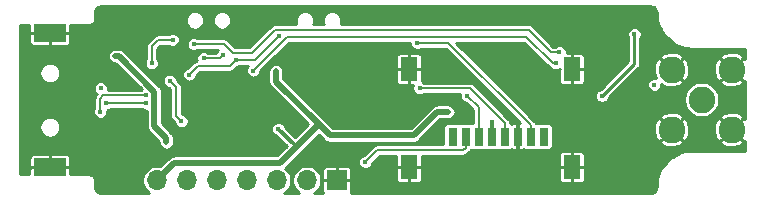
<source format=gbr>
%TF.GenerationSoftware,KiCad,Pcbnew,(5.1.9)-1*%
%TF.CreationDate,2021-02-26T13:25:28+01:00*%
%TF.ProjectId,DynaLoRa_Dongle,44796e61-4c6f-4526-915f-446f6e676c65,rev?*%
%TF.SameCoordinates,Original*%
%TF.FileFunction,Copper,L2,Bot*%
%TF.FilePolarity,Positive*%
%FSLAX46Y46*%
G04 Gerber Fmt 4.6, Leading zero omitted, Abs format (unit mm)*
G04 Created by KiCad (PCBNEW (5.1.9)-1) date 2021-02-26 13:25:28*
%MOMM*%
%LPD*%
G01*
G04 APERTURE LIST*
%TA.AperFunction,SMDPad,CuDef*%
%ADD10R,0.800000X1.500000*%
%TD*%
%TA.AperFunction,SMDPad,CuDef*%
%ADD11R,1.450000X2.000000*%
%TD*%
%TA.AperFunction,ComponentPad*%
%ADD12C,2.250000*%
%TD*%
%TA.AperFunction,ComponentPad*%
%ADD13R,2.700000X1.500000*%
%TD*%
%TA.AperFunction,ComponentPad*%
%ADD14R,1.700000X1.700000*%
%TD*%
%TA.AperFunction,ComponentPad*%
%ADD15O,1.700000X1.700000*%
%TD*%
%TA.AperFunction,ViaPad*%
%ADD16C,0.450000*%
%TD*%
%TA.AperFunction,Conductor*%
%ADD17C,0.200000*%
%TD*%
%TA.AperFunction,Conductor*%
%ADD18C,0.500000*%
%TD*%
%TA.AperFunction,Conductor*%
%ADD19C,0.300000*%
%TD*%
%TA.AperFunction,Conductor*%
%ADD20C,0.250000*%
%TD*%
%TA.AperFunction,Conductor*%
%ADD21C,0.254000*%
%TD*%
%TA.AperFunction,Conductor*%
%ADD22C,0.100000*%
%TD*%
G04 APERTURE END LIST*
D10*
%TO.P,J4,1*%
%TO.N,Net-(J4-Pad1)*%
X53309400Y54076000D03*
%TO.P,J4,2*%
%TO.N,/SD_CS*%
X54409400Y54076000D03*
%TO.P,J4,3*%
%TO.N,/SDO*%
X55509400Y54076000D03*
%TO.P,J4,4*%
%TO.N,+3V3*%
X56609400Y54076000D03*
%TO.P,J4,5*%
%TO.N,/SCK*%
X57709400Y54076000D03*
%TO.P,J4,6*%
%TO.N,GND*%
X58809400Y54076000D03*
%TO.P,J4,7*%
%TO.N,/SDI*%
X59909400Y54076000D03*
%TO.P,J4,8*%
%TO.N,Net-(J4-Pad8)*%
X61009400Y54076000D03*
D11*
%TO.P,J4,9*%
%TO.N,GND*%
X63384400Y59776000D03*
X49634400Y59776000D03*
X49634400Y51476000D03*
X63384400Y51476000D03*
%TD*%
D12*
%TO.P,J2,1*%
%TO.N,Net-(J2-Pad1)*%
X74396600Y57200800D03*
%TO.P,J2,2*%
%TO.N,GND*%
X71856600Y54660800D03*
X76936600Y54660800D03*
X76936600Y59740800D03*
X71856600Y59740800D03*
%TD*%
D13*
%TO.P,J3,5*%
%TO.N,GND*%
X19216200Y62855200D03*
X19216200Y51455200D03*
%TD*%
D14*
%TO.P,J1,1*%
%TO.N,GND*%
X43510200Y50368200D03*
D15*
%TO.P,J1,2*%
%TO.N,/PA02*%
X40970200Y50368200D03*
%TO.P,J1,3*%
%TO.N,/PA01*%
X38430200Y50368200D03*
%TO.P,J1,4*%
%TO.N,/PA00*%
X35890200Y50368200D03*
%TO.P,J1,5*%
%TO.N,/SWDIO*%
X33350200Y50368200D03*
%TO.P,J1,6*%
%TO.N,/SWCLK*%
X30810200Y50368200D03*
%TO.P,J1,7*%
%TO.N,+3V3*%
X28270200Y50368200D03*
%TD*%
D16*
%TO.N,*%
X70383400Y58445400D03*
%TO.N,GND*%
X41960800Y64744600D03*
X32613600Y63042800D03*
X50800000Y64643000D03*
X53213000Y64643000D03*
X55880000Y64643000D03*
X58420000Y64643000D03*
X60833000Y64643000D03*
X36322000Y63119000D03*
X34798000Y52832000D03*
X45466000Y50292000D03*
X42418000Y52832000D03*
X40132000Y58674000D03*
X42037000Y58674000D03*
X42037000Y57023000D03*
X44069000Y57023000D03*
X66878200Y62280800D03*
X26365200Y53517800D03*
X27813000Y52324000D03*
X22301200Y51612800D03*
X51638200Y51358800D03*
X55575200Y51358800D03*
X53670200Y51358800D03*
X57607200Y51358800D03*
X61544200Y51358800D03*
X59639200Y51358800D03*
X56718200Y59994800D03*
X58750200Y59994800D03*
X60655200Y59994800D03*
X53797200Y59994800D03*
X50495200Y56184800D03*
X66192400Y54762400D03*
X66827400Y55397400D03*
X67462400Y56032400D03*
X68097400Y56667400D03*
X68732400Y57302400D03*
X69367400Y57937400D03*
X67970400Y52349400D03*
X67970400Y51460400D03*
X67970400Y50571400D03*
X67589400Y49809400D03*
X68732400Y53873400D03*
X69367400Y54508400D03*
X68199000Y53213000D03*
X25349200Y62585600D03*
X23114000Y62484000D03*
X33553400Y57175400D03*
X25679400Y59055000D03*
X27279600Y59715400D03*
X31800800Y53543200D03*
X38023800Y54000400D03*
X29083000Y56616600D03*
X24993600Y50190400D03*
%TO.N,/USER_BTN*%
X34975800Y60562000D03*
X38607993Y62585607D03*
X31022145Y59317745D03*
%TO.N,/nRESET*%
X30353000Y55372000D03*
X29616400Y62255400D03*
X29362400Y58801000D03*
X27838400Y60274200D03*
%TO.N,+3V3*%
X52933600Y56159400D03*
X56616600Y55321200D03*
X65963800Y57505600D03*
X68707000Y62738000D03*
X38557200Y54711600D03*
X38354000Y59588400D03*
X41986200Y55092600D03*
X24739600Y60883800D03*
X29083000Y53594000D03*
%TO.N,/RGB*%
X31394400Y61899800D03*
X62357000Y61214000D03*
%TO.N,/RF_INT*%
X62026800Y60274200D03*
X36426532Y59661668D03*
%TO.N,USB_D+*%
X23520400Y58166000D03*
X23994600Y56871854D03*
X27381200Y56870600D03*
%TO.N,USB_D-*%
X23469600Y56159400D03*
X27327461Y57559339D03*
%TO.N,/SD_CS*%
X45923200Y51917600D03*
%TO.N,/SDO*%
X54533800Y57531000D03*
%TO.N,/SCK*%
X50520600Y58166000D03*
X32232600Y60706000D03*
X33883745Y60987578D03*
%TO.N,/SDI*%
X50317400Y61984390D03*
%TD*%
D17*
%TO.N,/USER_BTN*%
X34975800Y60562000D02*
X36584386Y60562000D01*
X36584386Y60562000D02*
X38607993Y62585607D01*
X34975800Y60562000D02*
X34459400Y60045600D01*
X31750000Y60045600D02*
X31022145Y59317745D01*
X34459400Y60045600D02*
X31750000Y60045600D01*
%TO.N,/nRESET*%
X29895800Y58267600D02*
X29362400Y58801000D01*
X29895800Y55829200D02*
X29895800Y58267600D01*
X30353000Y55372000D02*
X29895800Y55829200D01*
X27838400Y60274200D02*
X27838400Y61722000D01*
X28371800Y62255400D02*
X29616400Y62255400D01*
X27838400Y61722000D02*
X28371800Y62255400D01*
D18*
%TO.N,+3V3*%
X44272200Y54178200D02*
X50038000Y54178200D01*
X50038000Y54178200D02*
X52019200Y56159400D01*
X52019200Y56159400D02*
X52933600Y56159400D01*
D19*
X56609400Y54076000D02*
X56609400Y55314000D01*
X56609400Y55314000D02*
X56616600Y55321200D01*
D20*
X65963800Y57505600D02*
X68707000Y60248800D01*
X68707000Y60248800D02*
X68707000Y62738000D01*
D18*
X42900600Y54178200D02*
X41986200Y55092600D01*
X44272200Y54178200D02*
X42900600Y54178200D01*
X38354000Y58724800D02*
X41986200Y55092600D01*
X38354000Y59588400D02*
X38354000Y58724800D01*
X28270200Y50368200D02*
X29743400Y51841400D01*
X29743400Y51841400D02*
X38735000Y51841400D01*
X41833800Y54940200D02*
X41986200Y55092600D01*
X38735000Y51841400D02*
X41833800Y54940200D01*
X28067000Y57874598D02*
X28067000Y54928198D01*
X29083000Y53912198D02*
X29083000Y53594000D01*
X24739600Y60883800D02*
X25057798Y60883800D01*
X25057798Y60883800D02*
X28067000Y57874598D01*
X28067000Y54928198D02*
X29083000Y53912198D01*
D19*
X40233600Y53340000D02*
X41833800Y54940200D01*
X39928800Y53340000D02*
X40233600Y53340000D01*
X38557200Y54711600D02*
X39928800Y53340000D01*
D17*
%TO.N,/RGB*%
X61652698Y61214000D02*
X62357000Y61214000D01*
X38277800Y63119000D02*
X59747698Y63119000D01*
X36296600Y61137800D02*
X38277800Y63119000D01*
X33934400Y61899800D02*
X34696400Y61137800D01*
X59747698Y63119000D02*
X61652698Y61214000D01*
X34696400Y61137800D02*
X36296600Y61137800D01*
X31394400Y61899800D02*
X33934400Y61899800D01*
%TO.N,/RF_INT*%
X61798200Y60274200D02*
X62026800Y60274200D01*
X59563000Y62509400D02*
X61798200Y60274200D01*
X39274264Y62509400D02*
X59563000Y62509400D01*
X36426532Y59661668D02*
X39274264Y62509400D01*
%TO.N,USB_D+*%
X23994600Y56871854D02*
X27379946Y56871854D01*
X27379946Y56871854D02*
X27381200Y56870600D01*
%TO.N,USB_D-*%
X23751939Y57559339D02*
X27327461Y57559339D01*
X23469600Y57277000D02*
X23751939Y57559339D01*
X23469600Y56159400D02*
X23469600Y57277000D01*
%TO.N,/SD_CS*%
X54409400Y53126000D02*
X54409400Y54076000D01*
X54217000Y52933600D02*
X54409400Y53126000D01*
X46939200Y52933600D02*
X47117000Y52933600D01*
X45923200Y51917600D02*
X46939200Y52933600D01*
X47117000Y52933600D02*
X54217000Y52933600D01*
%TO.N,/SDO*%
X55509400Y56555400D02*
X54533800Y57531000D01*
X55509400Y54076000D02*
X55509400Y56555400D01*
%TO.N,/SCK*%
X54752004Y58166000D02*
X50520600Y58166000D01*
X57709400Y55208604D02*
X54752004Y58166000D01*
X57709400Y54076000D02*
X57709400Y55208604D01*
X33602167Y60706000D02*
X33883745Y60987578D01*
X32232600Y60706000D02*
X33602167Y60706000D01*
%TO.N,/SDI*%
X59909400Y55026000D02*
X52951010Y61984390D01*
X59909400Y54076000D02*
X59909400Y55026000D01*
X52951010Y61984390D02*
X50317400Y61984390D01*
%TD*%
D21*
%TO.N,GND*%
X70160732Y65076557D02*
X70257825Y65047243D01*
X70347370Y64999631D01*
X70425968Y64935528D01*
X70490612Y64857386D01*
X70538848Y64768176D01*
X70568839Y64671290D01*
X70581451Y64551295D01*
X70581466Y64546949D01*
X70583259Y64529296D01*
X70583135Y64511561D01*
X70583688Y64505919D01*
X70637578Y63993194D01*
X70644983Y63957121D01*
X70651873Y63921003D01*
X70653511Y63915576D01*
X70805963Y63423082D01*
X70820240Y63389119D01*
X70834008Y63355041D01*
X70836664Y63350045D01*
X70836668Y63350036D01*
X70836673Y63350029D01*
X71081877Y62896533D01*
X71102453Y62866027D01*
X71122603Y62835235D01*
X71126180Y62830849D01*
X71126185Y62830842D01*
X71126191Y62830836D01*
X71454810Y62433604D01*
X71480942Y62407653D01*
X71506666Y62381385D01*
X71511028Y62377776D01*
X71511034Y62377770D01*
X71511041Y62377766D01*
X71910557Y62051928D01*
X71941199Y62031570D01*
X71971569Y62010775D01*
X71976555Y62008078D01*
X72431758Y61766043D01*
X72465798Y61752012D01*
X72499602Y61737524D01*
X72505010Y61735849D01*
X72505016Y61735847D01*
X72505022Y61735846D01*
X72998565Y61586837D01*
X73034720Y61579678D01*
X73070654Y61572040D01*
X73076283Y61571448D01*
X73076293Y61571446D01*
X73076302Y61571446D01*
X73589382Y61521138D01*
X73609059Y61519200D01*
X78074400Y61519200D01*
X78074400Y60669418D01*
X77939288Y60739245D01*
X76940843Y59740800D01*
X77939288Y58742355D01*
X78074400Y58812183D01*
X78074401Y55589417D01*
X77939288Y55659245D01*
X76940843Y54660800D01*
X77939288Y53662355D01*
X78074401Y53732183D01*
X78074401Y52882400D01*
X73609059Y52882400D01*
X73590273Y52880550D01*
X73573761Y52880665D01*
X73568119Y52880112D01*
X73055394Y52826222D01*
X73019315Y52818816D01*
X72983203Y52811927D01*
X72977778Y52810290D01*
X72977772Y52810288D01*
X72485282Y52657837D01*
X72451319Y52643560D01*
X72417241Y52629792D01*
X72412245Y52627136D01*
X72412236Y52627132D01*
X72412229Y52627127D01*
X71958733Y52381923D01*
X71928227Y52361347D01*
X71897435Y52341197D01*
X71893049Y52337620D01*
X71893042Y52337615D01*
X71893036Y52337609D01*
X71495804Y52008990D01*
X71469869Y51982874D01*
X71443584Y51957133D01*
X71439970Y51952766D01*
X71114128Y51553243D01*
X71093744Y51522563D01*
X71072975Y51492231D01*
X71070281Y51487249D01*
X71070278Y51487245D01*
X71070278Y51487244D01*
X70828242Y51032042D01*
X70814208Y50997993D01*
X70799724Y50964198D01*
X70798047Y50958783D01*
X70649037Y50465235D01*
X70641879Y50429086D01*
X70634240Y50393146D01*
X70633648Y50387517D01*
X70633646Y50387507D01*
X70633646Y50387498D01*
X70583338Y49874419D01*
X70569557Y49733868D01*
X70540243Y49636776D01*
X70492631Y49547230D01*
X70428530Y49468635D01*
X70350385Y49403987D01*
X70261177Y49355753D01*
X70164290Y49325761D01*
X70044780Y49313200D01*
X44678101Y49313200D01*
X44710188Y49373230D01*
X44731745Y49444295D01*
X44739024Y49518200D01*
X44737200Y50270950D01*
X44642950Y50365200D01*
X43513200Y50365200D01*
X43513200Y50345200D01*
X43507200Y50345200D01*
X43507200Y50365200D01*
X42377450Y50365200D01*
X42283200Y50270950D01*
X42281376Y49518200D01*
X42288655Y49444295D01*
X42310212Y49373230D01*
X42342299Y49313200D01*
X41607022Y49313200D01*
X41754917Y49412020D01*
X41926380Y49583483D01*
X42061098Y49785103D01*
X42153893Y50009131D01*
X42201200Y50246957D01*
X42201200Y50489443D01*
X42153893Y50727269D01*
X42061098Y50951297D01*
X41926380Y51152917D01*
X41861097Y51218200D01*
X42281376Y51218200D01*
X42283200Y50465450D01*
X42377450Y50371200D01*
X43507200Y50371200D01*
X43507200Y51500950D01*
X43513200Y51500950D01*
X43513200Y50371200D01*
X44642950Y50371200D01*
X44737200Y50465450D01*
X44737225Y50476000D01*
X48530576Y50476000D01*
X48537855Y50402095D01*
X48559412Y50331030D01*
X48594419Y50265537D01*
X48641531Y50208131D01*
X48698937Y50161019D01*
X48764430Y50126012D01*
X48835495Y50104455D01*
X48909400Y50097176D01*
X49537150Y50099000D01*
X49631400Y50193250D01*
X49631400Y51473000D01*
X49637400Y51473000D01*
X49637400Y50193250D01*
X49731650Y50099000D01*
X50359400Y50097176D01*
X50433305Y50104455D01*
X50504370Y50126012D01*
X50569863Y50161019D01*
X50627269Y50208131D01*
X50674381Y50265537D01*
X50709388Y50331030D01*
X50730945Y50402095D01*
X50738224Y50476000D01*
X62280576Y50476000D01*
X62287855Y50402095D01*
X62309412Y50331030D01*
X62344419Y50265537D01*
X62391531Y50208131D01*
X62448937Y50161019D01*
X62514430Y50126012D01*
X62585495Y50104455D01*
X62659400Y50097176D01*
X63287150Y50099000D01*
X63381400Y50193250D01*
X63381400Y51473000D01*
X63387400Y51473000D01*
X63387400Y50193250D01*
X63481650Y50099000D01*
X64109400Y50097176D01*
X64183305Y50104455D01*
X64254370Y50126012D01*
X64319863Y50161019D01*
X64377269Y50208131D01*
X64424381Y50265537D01*
X64459388Y50331030D01*
X64480945Y50402095D01*
X64488224Y50476000D01*
X64486400Y51378750D01*
X64392150Y51473000D01*
X63387400Y51473000D01*
X63381400Y51473000D01*
X62376650Y51473000D01*
X62282400Y51378750D01*
X62280576Y50476000D01*
X50738224Y50476000D01*
X50736400Y51378750D01*
X50642150Y51473000D01*
X49637400Y51473000D01*
X49631400Y51473000D01*
X48626650Y51473000D01*
X48532400Y51378750D01*
X48530576Y50476000D01*
X44737225Y50476000D01*
X44739024Y51218200D01*
X44731745Y51292105D01*
X44710188Y51363170D01*
X44675181Y51428663D01*
X44628069Y51486069D01*
X44570663Y51533181D01*
X44505170Y51568188D01*
X44434105Y51589745D01*
X44360200Y51597024D01*
X43607450Y51595200D01*
X43513200Y51500950D01*
X43507200Y51500950D01*
X43412950Y51595200D01*
X42660200Y51597024D01*
X42586295Y51589745D01*
X42515230Y51568188D01*
X42449737Y51533181D01*
X42392331Y51486069D01*
X42345219Y51428663D01*
X42310212Y51363170D01*
X42288655Y51292105D01*
X42281376Y51218200D01*
X41861097Y51218200D01*
X41754917Y51324380D01*
X41553297Y51459098D01*
X41329269Y51551893D01*
X41091443Y51599200D01*
X40848957Y51599200D01*
X40611131Y51551893D01*
X40387103Y51459098D01*
X40185483Y51324380D01*
X40014020Y51152917D01*
X39879302Y50951297D01*
X39786507Y50727269D01*
X39739200Y50489443D01*
X39739200Y50246957D01*
X39786507Y50009131D01*
X39879302Y49785103D01*
X40014020Y49583483D01*
X40185483Y49412020D01*
X40333378Y49313200D01*
X39067022Y49313200D01*
X39214917Y49412020D01*
X39386380Y49583483D01*
X39521098Y49785103D01*
X39613893Y50009131D01*
X39661200Y50246957D01*
X39661200Y50489443D01*
X39613893Y50727269D01*
X39521098Y50951297D01*
X39386380Y51152917D01*
X39214917Y51324380D01*
X39151386Y51366830D01*
X39183343Y51393057D01*
X39203105Y51417137D01*
X39763254Y51977286D01*
X45317200Y51977286D01*
X45317200Y51857914D01*
X45340488Y51740836D01*
X45386170Y51630551D01*
X45452489Y51531298D01*
X45536898Y51446889D01*
X45636151Y51380570D01*
X45746436Y51334888D01*
X45863514Y51311600D01*
X45982886Y51311600D01*
X46099964Y51334888D01*
X46210249Y51380570D01*
X46309502Y51446889D01*
X46393911Y51531298D01*
X46460230Y51630551D01*
X46505912Y51740836D01*
X46525587Y51839751D01*
X47138437Y52452600D01*
X48530623Y52452600D01*
X48532400Y51573250D01*
X48626650Y51479000D01*
X49631400Y51479000D01*
X49631400Y51499000D01*
X49637400Y51499000D01*
X49637400Y51479000D01*
X50642150Y51479000D01*
X50736400Y51573250D01*
X50738177Y52452600D01*
X54193374Y52452600D01*
X54217000Y52450273D01*
X54240626Y52452600D01*
X54274660Y52455952D01*
X54311292Y52459560D01*
X54314720Y52460600D01*
X54365487Y52476000D01*
X62280576Y52476000D01*
X62282400Y51573250D01*
X62376650Y51479000D01*
X63381400Y51479000D01*
X63381400Y52758750D01*
X63387400Y52758750D01*
X63387400Y51479000D01*
X64392150Y51479000D01*
X64486400Y51573250D01*
X64488224Y52476000D01*
X64480945Y52549905D01*
X64459388Y52620970D01*
X64424381Y52686463D01*
X64377269Y52743869D01*
X64319863Y52790981D01*
X64254370Y52825988D01*
X64183305Y52847545D01*
X64109400Y52854824D01*
X63481650Y52853000D01*
X63387400Y52758750D01*
X63381400Y52758750D01*
X63287150Y52853000D01*
X62659400Y52854824D01*
X62585495Y52847545D01*
X62514430Y52825988D01*
X62448937Y52790981D01*
X62391531Y52743869D01*
X62344419Y52686463D01*
X62309412Y52620970D01*
X62287855Y52549905D01*
X62280576Y52476000D01*
X54365487Y52476000D01*
X54401961Y52487064D01*
X54485522Y52531728D01*
X54558764Y52591836D01*
X54573830Y52610194D01*
X54732806Y52769170D01*
X54751164Y52784236D01*
X54811272Y52857478D01*
X54851960Y52933600D01*
X54855936Y52941038D01*
X54858032Y52947947D01*
X54884089Y52950513D01*
X54955908Y52972299D01*
X54959400Y52974166D01*
X54962892Y52972299D01*
X55034711Y52950513D01*
X55109400Y52943157D01*
X55909400Y52943157D01*
X55984089Y52950513D01*
X56055908Y52972299D01*
X56059400Y52974166D01*
X56062892Y52972299D01*
X56134711Y52950513D01*
X56209400Y52943157D01*
X57009400Y52943157D01*
X57084089Y52950513D01*
X57155908Y52972299D01*
X57159400Y52974166D01*
X57162892Y52972299D01*
X57234711Y52950513D01*
X57309400Y52943157D01*
X58109400Y52943157D01*
X58184089Y52950513D01*
X58255908Y52972299D01*
X58263642Y52976433D01*
X58264430Y52976012D01*
X58335495Y52954455D01*
X58409400Y52947176D01*
X58712150Y52949000D01*
X58806400Y53043250D01*
X58806400Y54073000D01*
X58786400Y54073000D01*
X58786400Y54079000D01*
X58806400Y54079000D01*
X58806400Y55108750D01*
X58712150Y55203000D01*
X58409400Y55204824D01*
X58335495Y55197545D01*
X58264430Y55175988D01*
X58263642Y55175567D01*
X58255908Y55179701D01*
X58191796Y55199149D01*
X58192727Y55208604D01*
X58183440Y55302897D01*
X58155936Y55393566D01*
X58122888Y55455394D01*
X58111272Y55477126D01*
X58051164Y55550368D01*
X58032806Y55565434D01*
X55108834Y58489406D01*
X55093768Y58507764D01*
X55020526Y58567872D01*
X54936965Y58612536D01*
X54846296Y58640040D01*
X54775630Y58647000D01*
X54752004Y58649327D01*
X54728378Y58647000D01*
X50891503Y58647000D01*
X50807649Y58703030D01*
X50734040Y58733520D01*
X50738224Y58776000D01*
X50736400Y59678750D01*
X50642150Y59773000D01*
X49637400Y59773000D01*
X49637400Y58493250D01*
X49731650Y58399000D01*
X49960906Y58398334D01*
X49937888Y58342764D01*
X49914600Y58225686D01*
X49914600Y58106314D01*
X49937888Y57989236D01*
X49983570Y57878951D01*
X50049889Y57779698D01*
X50134298Y57695289D01*
X50233551Y57628970D01*
X50343836Y57583288D01*
X50460914Y57560000D01*
X50580286Y57560000D01*
X50697364Y57583288D01*
X50807649Y57628970D01*
X50891503Y57685000D01*
X53946560Y57685000D01*
X53927800Y57590686D01*
X53927800Y57471314D01*
X53951088Y57354236D01*
X53996770Y57243951D01*
X54063089Y57144698D01*
X54147498Y57060289D01*
X54246751Y56993970D01*
X54357036Y56948288D01*
X54455951Y56928613D01*
X55028401Y56356162D01*
X55028400Y55199573D01*
X54962892Y55179701D01*
X54959400Y55177834D01*
X54955908Y55179701D01*
X54884089Y55201487D01*
X54809400Y55208843D01*
X54009400Y55208843D01*
X53934711Y55201487D01*
X53862892Y55179701D01*
X53859400Y55177834D01*
X53855908Y55179701D01*
X53784089Y55201487D01*
X53709400Y55208843D01*
X52909400Y55208843D01*
X52834711Y55201487D01*
X52762892Y55179701D01*
X52696704Y55144322D01*
X52638689Y55096711D01*
X52591078Y55038696D01*
X52555699Y54972508D01*
X52533913Y54900689D01*
X52526557Y54826000D01*
X52526557Y53414600D01*
X46962826Y53414600D01*
X46939200Y53416927D01*
X46844907Y53407640D01*
X46817403Y53399296D01*
X46754239Y53380136D01*
X46670678Y53335472D01*
X46597436Y53275364D01*
X46582375Y53257012D01*
X45845351Y52519987D01*
X45746436Y52500312D01*
X45636151Y52454630D01*
X45536898Y52388311D01*
X45452489Y52303902D01*
X45386170Y52204649D01*
X45340488Y52094364D01*
X45317200Y51977286D01*
X39763254Y51977286D01*
X41986200Y54200231D01*
X42432499Y53753932D01*
X42452257Y53729857D01*
X42476332Y53710099D01*
X42476334Y53710097D01*
X42525732Y53669557D01*
X42548339Y53651004D01*
X42657958Y53592411D01*
X42776902Y53556330D01*
X42869602Y53547200D01*
X42869609Y53547200D01*
X42900600Y53544148D01*
X42931590Y53547200D01*
X50007010Y53547200D01*
X50038000Y53544148D01*
X50068990Y53547200D01*
X50068998Y53547200D01*
X50161698Y53556330D01*
X50280642Y53592411D01*
X50390261Y53651004D01*
X50486343Y53729857D01*
X50506105Y53753937D01*
X52280569Y55528400D01*
X52964598Y55528400D01*
X53057298Y55537530D01*
X53176242Y55573611D01*
X53285861Y55632204D01*
X53381943Y55711057D01*
X53460796Y55807139D01*
X53519389Y55916758D01*
X53555470Y56035702D01*
X53567653Y56159400D01*
X53555470Y56283098D01*
X53519389Y56402042D01*
X53460796Y56511661D01*
X53381943Y56607743D01*
X53285861Y56686596D01*
X53176242Y56745189D01*
X53057298Y56781270D01*
X52964598Y56790400D01*
X52050190Y56790400D01*
X52019200Y56793452D01*
X51988209Y56790400D01*
X51988202Y56790400D01*
X51895502Y56781270D01*
X51776558Y56745189D01*
X51666939Y56686596D01*
X51621972Y56649692D01*
X51570857Y56607743D01*
X51551099Y56583668D01*
X49776632Y54809200D01*
X43161969Y54809200D01*
X42454307Y55516861D01*
X42454303Y55516866D01*
X42454300Y55516869D01*
X42434543Y55540943D01*
X42410469Y55560700D01*
X39195169Y58776000D01*
X48530576Y58776000D01*
X48537855Y58702095D01*
X48559412Y58631030D01*
X48594419Y58565537D01*
X48641531Y58508131D01*
X48698937Y58461019D01*
X48764430Y58426012D01*
X48835495Y58404455D01*
X48909400Y58397176D01*
X49537150Y58399000D01*
X49631400Y58493250D01*
X49631400Y59773000D01*
X48626650Y59773000D01*
X48532400Y59678750D01*
X48530576Y58776000D01*
X39195169Y58776000D01*
X38985000Y58986168D01*
X38985000Y59619398D01*
X38975870Y59712098D01*
X38939789Y59831042D01*
X38881196Y59940661D01*
X38802343Y60036743D01*
X38706260Y60115596D01*
X38596641Y60174189D01*
X38477697Y60210270D01*
X38354000Y60222453D01*
X38230302Y60210270D01*
X38111358Y60174189D01*
X38001739Y60115596D01*
X37905657Y60036743D01*
X37826804Y59940660D01*
X37768211Y59831041D01*
X37732130Y59712097D01*
X37723000Y59619397D01*
X37723000Y58755790D01*
X37719948Y58724800D01*
X37723000Y58693810D01*
X37723000Y58693802D01*
X37725397Y58669472D01*
X37732130Y58601103D01*
X37768211Y58482159D01*
X37826804Y58372540D01*
X37885897Y58300535D01*
X37885900Y58300532D01*
X37905658Y58276457D01*
X37929733Y58256699D01*
X41093831Y55092600D01*
X40010489Y54009258D01*
X39142030Y54877716D01*
X39139912Y54888364D01*
X39094230Y54998649D01*
X39027911Y55097902D01*
X38943502Y55182311D01*
X38844249Y55248630D01*
X38733964Y55294312D01*
X38616886Y55317600D01*
X38497514Y55317600D01*
X38380436Y55294312D01*
X38270151Y55248630D01*
X38170898Y55182311D01*
X38086489Y55097902D01*
X38020170Y54998649D01*
X37974488Y54888364D01*
X37951200Y54771286D01*
X37951200Y54651914D01*
X37974488Y54534836D01*
X38020170Y54424551D01*
X38086489Y54325298D01*
X38170898Y54240889D01*
X38270151Y54174570D01*
X38380436Y54128888D01*
X38391084Y54126770D01*
X39259542Y53258311D01*
X38473632Y52472400D01*
X29774387Y52472400D01*
X29743399Y52475452D01*
X29712411Y52472400D01*
X29712402Y52472400D01*
X29619702Y52463270D01*
X29500758Y52427189D01*
X29391139Y52368596D01*
X29295057Y52289743D01*
X29275297Y52265665D01*
X28572765Y51563133D01*
X28391443Y51599200D01*
X28148957Y51599200D01*
X27911131Y51551893D01*
X27687103Y51459098D01*
X27485483Y51324380D01*
X27314020Y51152917D01*
X27179302Y50951297D01*
X27086507Y50727269D01*
X27039200Y50489443D01*
X27039200Y50246957D01*
X27086507Y50009131D01*
X27179302Y49785103D01*
X27314020Y49583483D01*
X27485483Y49412020D01*
X27633378Y49313200D01*
X23553454Y49313200D01*
X23432668Y49325043D01*
X23335576Y49354357D01*
X23246030Y49401969D01*
X23167435Y49466070D01*
X23102787Y49544215D01*
X23054553Y49633423D01*
X23024561Y49730310D01*
X23012000Y49849820D01*
X23012000Y50435659D01*
X23013964Y50455600D01*
X23006125Y50535190D01*
X22982910Y50611721D01*
X22945210Y50682253D01*
X22894474Y50744074D01*
X22832653Y50794810D01*
X22762121Y50832510D01*
X22685590Y50855725D01*
X22625941Y50861600D01*
X22625940Y50861600D01*
X22606000Y50863564D01*
X22586059Y50861600D01*
X20944587Y50861600D01*
X20943200Y51357950D01*
X20848950Y51452200D01*
X19219200Y51452200D01*
X19219200Y51432200D01*
X19213200Y51432200D01*
X19213200Y51452200D01*
X17583450Y51452200D01*
X17489200Y51357950D01*
X17487813Y50861600D01*
X16662000Y50861600D01*
X16662000Y52205200D01*
X17487376Y52205200D01*
X17489200Y51552450D01*
X17583450Y51458200D01*
X19213200Y51458200D01*
X19213200Y52487950D01*
X19219200Y52487950D01*
X19219200Y51458200D01*
X20848950Y51458200D01*
X20943200Y51552450D01*
X20945024Y52205200D01*
X20937745Y52279105D01*
X20916188Y52350170D01*
X20881181Y52415663D01*
X20834069Y52473069D01*
X20776663Y52520181D01*
X20711170Y52555188D01*
X20640105Y52576745D01*
X20566200Y52584024D01*
X19313450Y52582200D01*
X19219200Y52487950D01*
X19213200Y52487950D01*
X19118950Y52582200D01*
X17866200Y52584024D01*
X17792295Y52576745D01*
X17721230Y52555188D01*
X17655737Y52520181D01*
X17598331Y52473069D01*
X17551219Y52415663D01*
X17516212Y52350170D01*
X17494655Y52279105D01*
X17487376Y52205200D01*
X16662000Y52205200D01*
X16662000Y54941971D01*
X18335200Y54941971D01*
X18335200Y54768429D01*
X18369056Y54598222D01*
X18435468Y54437890D01*
X18531882Y54293595D01*
X18654595Y54170882D01*
X18798890Y54074468D01*
X18959222Y54008056D01*
X19129429Y53974200D01*
X19302971Y53974200D01*
X19473178Y54008056D01*
X19633510Y54074468D01*
X19777805Y54170882D01*
X19900518Y54293595D01*
X19996932Y54437890D01*
X20063344Y54598222D01*
X20097200Y54768429D01*
X20097200Y54941971D01*
X20063344Y55112178D01*
X19996932Y55272510D01*
X19900518Y55416805D01*
X19777805Y55539518D01*
X19633510Y55635932D01*
X19473178Y55702344D01*
X19302971Y55736200D01*
X19129429Y55736200D01*
X18959222Y55702344D01*
X18798890Y55635932D01*
X18654595Y55539518D01*
X18531882Y55416805D01*
X18435468Y55272510D01*
X18369056Y55112178D01*
X18335200Y54941971D01*
X16662000Y54941971D01*
X16662000Y56219086D01*
X22863600Y56219086D01*
X22863600Y56099714D01*
X22886888Y55982636D01*
X22932570Y55872351D01*
X22998889Y55773098D01*
X23083298Y55688689D01*
X23182551Y55622370D01*
X23292836Y55576688D01*
X23409914Y55553400D01*
X23529286Y55553400D01*
X23646364Y55576688D01*
X23756649Y55622370D01*
X23855902Y55688689D01*
X23940311Y55773098D01*
X24006630Y55872351D01*
X24052312Y55982636D01*
X24075600Y56099714D01*
X24075600Y56219086D01*
X24065840Y56268152D01*
X24171364Y56289142D01*
X24281649Y56334824D01*
X24365503Y56390854D01*
X27008420Y56390854D01*
X27094151Y56333570D01*
X27204436Y56287888D01*
X27321514Y56264600D01*
X27436001Y56264600D01*
X27436001Y54959198D01*
X27432948Y54928198D01*
X27445130Y54804501D01*
X27481211Y54685557D01*
X27539804Y54575938D01*
X27598897Y54503933D01*
X27598900Y54503930D01*
X27618658Y54479855D01*
X27642733Y54460097D01*
X28452000Y53650829D01*
X28452000Y53563002D01*
X28461130Y53470302D01*
X28497211Y53351358D01*
X28555804Y53241739D01*
X28634658Y53145657D01*
X28730740Y53066804D01*
X28840359Y53008211D01*
X28959303Y52972130D01*
X29083000Y52959947D01*
X29206698Y52972130D01*
X29325642Y53008211D01*
X29435261Y53066804D01*
X29531343Y53145657D01*
X29610196Y53241739D01*
X29668789Y53351358D01*
X29704870Y53470303D01*
X29714000Y53563003D01*
X29714000Y53881208D01*
X29717052Y53912198D01*
X29714000Y53943189D01*
X29714000Y53943196D01*
X29704870Y54035896D01*
X29668789Y54154840D01*
X29610196Y54264459D01*
X29579471Y54301897D01*
X29551103Y54336464D01*
X29551101Y54336466D01*
X29531343Y54360541D01*
X29507269Y54380298D01*
X28698000Y55189566D01*
X28698000Y57843611D01*
X28701052Y57874599D01*
X28698000Y57905587D01*
X28698000Y57905596D01*
X28688870Y57998296D01*
X28652789Y58117240D01*
X28594196Y58226859D01*
X28515343Y58322941D01*
X28491269Y58342698D01*
X27973281Y58860686D01*
X28756400Y58860686D01*
X28756400Y58741314D01*
X28779688Y58624236D01*
X28825370Y58513951D01*
X28891689Y58414698D01*
X28976098Y58330289D01*
X29075351Y58263970D01*
X29185636Y58218288D01*
X29284551Y58198613D01*
X29414801Y58068363D01*
X29414800Y55852826D01*
X29412473Y55829200D01*
X29419532Y55757528D01*
X29421760Y55734909D01*
X29449264Y55644240D01*
X29493928Y55560678D01*
X29554036Y55487436D01*
X29572394Y55472370D01*
X29750613Y55294151D01*
X29770288Y55195236D01*
X29815970Y55084951D01*
X29882289Y54985698D01*
X29966698Y54901289D01*
X30065951Y54834970D01*
X30176236Y54789288D01*
X30293314Y54766000D01*
X30412686Y54766000D01*
X30529764Y54789288D01*
X30640049Y54834970D01*
X30739302Y54901289D01*
X30823711Y54985698D01*
X30890030Y55084951D01*
X30935712Y55195236D01*
X30959000Y55312314D01*
X30959000Y55431686D01*
X30935712Y55548764D01*
X30890030Y55659049D01*
X30823711Y55758302D01*
X30739302Y55842711D01*
X30640049Y55909030D01*
X30529764Y55954712D01*
X30430849Y55974387D01*
X30376800Y56028436D01*
X30376800Y58243973D01*
X30379127Y58267600D01*
X30369840Y58361893D01*
X30342336Y58452562D01*
X30312830Y58507763D01*
X30297672Y58536122D01*
X30237564Y58609364D01*
X30219206Y58624430D01*
X29964787Y58878849D01*
X29945112Y58977764D01*
X29899430Y59088049D01*
X29833111Y59187302D01*
X29748702Y59271711D01*
X29649449Y59338030D01*
X29554328Y59377431D01*
X30416145Y59377431D01*
X30416145Y59258059D01*
X30439433Y59140981D01*
X30485115Y59030696D01*
X30551434Y58931443D01*
X30635843Y58847034D01*
X30735096Y58780715D01*
X30845381Y58735033D01*
X30962459Y58711745D01*
X31081831Y58711745D01*
X31198909Y58735033D01*
X31309194Y58780715D01*
X31408447Y58847034D01*
X31492856Y58931443D01*
X31559175Y59030696D01*
X31604857Y59140981D01*
X31624532Y59239896D01*
X31949237Y59564600D01*
X34435774Y59564600D01*
X34459400Y59562273D01*
X34483026Y59564600D01*
X34553692Y59571560D01*
X34644361Y59599064D01*
X34727922Y59643728D01*
X34801164Y59703836D01*
X34816230Y59722194D01*
X35053649Y59959613D01*
X35152564Y59979288D01*
X35262849Y60024970D01*
X35346703Y60081000D01*
X35988851Y60081000D01*
X35955821Y60047970D01*
X35889502Y59948717D01*
X35843820Y59838432D01*
X35820532Y59721354D01*
X35820532Y59601982D01*
X35843820Y59484904D01*
X35889502Y59374619D01*
X35955821Y59275366D01*
X36040230Y59190957D01*
X36139483Y59124638D01*
X36249768Y59078956D01*
X36366846Y59055668D01*
X36486218Y59055668D01*
X36603296Y59078956D01*
X36713581Y59124638D01*
X36812834Y59190957D01*
X36897243Y59275366D01*
X36963562Y59374619D01*
X37009244Y59484904D01*
X37028919Y59583819D01*
X38221100Y60776000D01*
X48530576Y60776000D01*
X48532400Y59873250D01*
X48626650Y59779000D01*
X49631400Y59779000D01*
X49631400Y61058750D01*
X49637400Y61058750D01*
X49637400Y59779000D01*
X50642150Y59779000D01*
X50736400Y59873250D01*
X50738224Y60776000D01*
X50730945Y60849905D01*
X50709388Y60920970D01*
X50674381Y60986463D01*
X50627269Y61043869D01*
X50569863Y61090981D01*
X50504370Y61125988D01*
X50433305Y61147545D01*
X50359400Y61154824D01*
X49731650Y61153000D01*
X49637400Y61058750D01*
X49631400Y61058750D01*
X49537150Y61153000D01*
X48909400Y61154824D01*
X48835495Y61147545D01*
X48764430Y61125988D01*
X48698937Y61090981D01*
X48641531Y61043869D01*
X48594419Y60986463D01*
X48559412Y60920970D01*
X48537855Y60849905D01*
X48530576Y60776000D01*
X38221100Y60776000D01*
X39473501Y62028400D01*
X49711400Y62028400D01*
X49711400Y61924704D01*
X49734688Y61807626D01*
X49780370Y61697341D01*
X49846689Y61598088D01*
X49931098Y61513679D01*
X50030351Y61447360D01*
X50140636Y61401678D01*
X50257714Y61378390D01*
X50377086Y61378390D01*
X50494164Y61401678D01*
X50604449Y61447360D01*
X50688303Y61503390D01*
X52751774Y61503390D01*
X59051293Y55203871D01*
X58906650Y55203000D01*
X58812400Y55108750D01*
X58812400Y54079000D01*
X58832400Y54079000D01*
X58832400Y54073000D01*
X58812400Y54073000D01*
X58812400Y53043250D01*
X58906650Y52949000D01*
X59209400Y52947176D01*
X59283305Y52954455D01*
X59354370Y52976012D01*
X59355158Y52976433D01*
X59362892Y52972299D01*
X59434711Y52950513D01*
X59509400Y52943157D01*
X60309400Y52943157D01*
X60384089Y52950513D01*
X60455908Y52972299D01*
X60459400Y52974166D01*
X60462892Y52972299D01*
X60534711Y52950513D01*
X60609400Y52943157D01*
X61409400Y52943157D01*
X61484089Y52950513D01*
X61555908Y52972299D01*
X61622096Y53007678D01*
X61680111Y53055289D01*
X61727722Y53113304D01*
X61763101Y53179492D01*
X61784887Y53251311D01*
X61792243Y53326000D01*
X61792243Y53658112D01*
X70858155Y53658112D01*
X70971903Y53438016D01*
X71227456Y53288915D01*
X71507187Y53192536D01*
X71800345Y53152582D01*
X72095664Y53170587D01*
X72381797Y53245860D01*
X72647746Y53375509D01*
X72741297Y53438016D01*
X72855045Y53658112D01*
X75938155Y53658112D01*
X76051903Y53438016D01*
X76307456Y53288915D01*
X76587187Y53192536D01*
X76880345Y53152582D01*
X77175664Y53170587D01*
X77461797Y53245860D01*
X77727746Y53375509D01*
X77821297Y53438016D01*
X77935045Y53658112D01*
X76936600Y54656557D01*
X75938155Y53658112D01*
X72855045Y53658112D01*
X71856600Y54656557D01*
X70858155Y53658112D01*
X61792243Y53658112D01*
X61792243Y54717055D01*
X70348382Y54717055D01*
X70366387Y54421736D01*
X70441660Y54135603D01*
X70571309Y53869654D01*
X70633816Y53776103D01*
X70853912Y53662355D01*
X71852357Y54660800D01*
X71860843Y54660800D01*
X72859288Y53662355D01*
X73079384Y53776103D01*
X73228485Y54031656D01*
X73324864Y54311387D01*
X73364818Y54604545D01*
X73357959Y54717055D01*
X75428382Y54717055D01*
X75446387Y54421736D01*
X75521660Y54135603D01*
X75651309Y53869654D01*
X75713816Y53776103D01*
X75933912Y53662355D01*
X76932357Y54660800D01*
X75933912Y55659245D01*
X75713816Y55545497D01*
X75564715Y55289944D01*
X75468336Y55010213D01*
X75428382Y54717055D01*
X73357959Y54717055D01*
X73346813Y54899864D01*
X73271540Y55185997D01*
X73141891Y55451946D01*
X73079384Y55545497D01*
X72859288Y55659245D01*
X71860843Y54660800D01*
X71852357Y54660800D01*
X70853912Y55659245D01*
X70633816Y55545497D01*
X70484715Y55289944D01*
X70388336Y55010213D01*
X70348382Y54717055D01*
X61792243Y54717055D01*
X61792243Y54826000D01*
X61784887Y54900689D01*
X61763101Y54972508D01*
X61727722Y55038696D01*
X61680111Y55096711D01*
X61622096Y55144322D01*
X61555908Y55179701D01*
X61484089Y55201487D01*
X61409400Y55208843D01*
X60609400Y55208843D01*
X60534711Y55201487D01*
X60462892Y55179701D01*
X60459400Y55177834D01*
X60455908Y55179701D01*
X60384089Y55201487D01*
X60358032Y55204053D01*
X60355936Y55210962D01*
X60324719Y55269364D01*
X60311272Y55294522D01*
X60251164Y55367764D01*
X60232806Y55382830D01*
X59952148Y55663488D01*
X70858155Y55663488D01*
X71856600Y54665043D01*
X72855045Y55663488D01*
X75938155Y55663488D01*
X76936600Y54665043D01*
X77935045Y55663488D01*
X77821297Y55883584D01*
X77565744Y56032685D01*
X77286013Y56129064D01*
X76992855Y56169018D01*
X76697536Y56151013D01*
X76411403Y56075740D01*
X76145454Y55946091D01*
X76051903Y55883584D01*
X75938155Y55663488D01*
X72855045Y55663488D01*
X72741297Y55883584D01*
X72485744Y56032685D01*
X72206013Y56129064D01*
X71912855Y56169018D01*
X71617536Y56151013D01*
X71331403Y56075740D01*
X71065454Y55946091D01*
X70971903Y55883584D01*
X70858155Y55663488D01*
X59952148Y55663488D01*
X58050350Y57565286D01*
X65357800Y57565286D01*
X65357800Y57445914D01*
X65381088Y57328836D01*
X65426770Y57218551D01*
X65493089Y57119298D01*
X65577498Y57034889D01*
X65676751Y56968570D01*
X65787036Y56922888D01*
X65904114Y56899600D01*
X66023486Y56899600D01*
X66140564Y56922888D01*
X66250849Y56968570D01*
X66350102Y57034889D01*
X66434511Y57119298D01*
X66500830Y57218551D01*
X66546512Y57328836D01*
X66550548Y57349128D01*
X72890600Y57349128D01*
X72890600Y57052472D01*
X72948475Y56761516D01*
X73062000Y56487441D01*
X73226813Y56240781D01*
X73436581Y56031013D01*
X73683241Y55866200D01*
X73957316Y55752675D01*
X74248272Y55694800D01*
X74544928Y55694800D01*
X74835884Y55752675D01*
X75109959Y55866200D01*
X75356619Y56031013D01*
X75566387Y56240781D01*
X75731200Y56487441D01*
X75844725Y56761516D01*
X75902600Y57052472D01*
X75902600Y57349128D01*
X75844725Y57640084D01*
X75731200Y57914159D01*
X75566387Y58160819D01*
X75356619Y58370587D01*
X75109959Y58535400D01*
X74835884Y58648925D01*
X74544928Y58706800D01*
X74248272Y58706800D01*
X73957316Y58648925D01*
X73683241Y58535400D01*
X73436581Y58370587D01*
X73226813Y58160819D01*
X73062000Y57914159D01*
X72948475Y57640084D01*
X72890600Y57349128D01*
X66550548Y57349128D01*
X66557409Y57383618D01*
X67678877Y58505086D01*
X69777400Y58505086D01*
X69777400Y58385714D01*
X69800688Y58268636D01*
X69846370Y58158351D01*
X69912689Y58059098D01*
X69997098Y57974689D01*
X70096351Y57908370D01*
X70206636Y57862688D01*
X70323714Y57839400D01*
X70443086Y57839400D01*
X70560164Y57862688D01*
X70670449Y57908370D01*
X70769702Y57974689D01*
X70854111Y58059098D01*
X70920430Y58158351D01*
X70966112Y58268636D01*
X70989400Y58385714D01*
X70989400Y58505086D01*
X70988788Y58508165D01*
X71227456Y58368915D01*
X71507187Y58272536D01*
X71800345Y58232582D01*
X72095664Y58250587D01*
X72381797Y58325860D01*
X72647746Y58455509D01*
X72741297Y58518016D01*
X72855045Y58738112D01*
X75938155Y58738112D01*
X76051903Y58518016D01*
X76307456Y58368915D01*
X76587187Y58272536D01*
X76880345Y58232582D01*
X77175664Y58250587D01*
X77461797Y58325860D01*
X77727746Y58455509D01*
X77821297Y58518016D01*
X77935045Y58738112D01*
X76936600Y59736557D01*
X75938155Y58738112D01*
X72855045Y58738112D01*
X71856600Y59736557D01*
X71842458Y59722415D01*
X71838215Y59726658D01*
X71852357Y59740800D01*
X71860843Y59740800D01*
X72859288Y58742355D01*
X73079384Y58856103D01*
X73228485Y59111656D01*
X73324864Y59391387D01*
X73364818Y59684545D01*
X73357959Y59797055D01*
X75428382Y59797055D01*
X75446387Y59501736D01*
X75521660Y59215603D01*
X75651309Y58949654D01*
X75713816Y58856103D01*
X75933912Y58742355D01*
X76932357Y59740800D01*
X75933912Y60739245D01*
X75713816Y60625497D01*
X75564715Y60369944D01*
X75468336Y60090213D01*
X75428382Y59797055D01*
X73357959Y59797055D01*
X73346813Y59979864D01*
X73271540Y60265997D01*
X73141891Y60531946D01*
X73079384Y60625497D01*
X72859288Y60739245D01*
X71860843Y59740800D01*
X71852357Y59740800D01*
X70853912Y60739245D01*
X70633816Y60625497D01*
X70484715Y60369944D01*
X70388336Y60090213D01*
X70348382Y59797055D01*
X70366387Y59501736D01*
X70441660Y59215603D01*
X70530151Y59034082D01*
X70443086Y59051400D01*
X70323714Y59051400D01*
X70206636Y59028112D01*
X70096351Y58982430D01*
X69997098Y58916111D01*
X69912689Y58831702D01*
X69846370Y58732449D01*
X69800688Y58622164D01*
X69777400Y58505086D01*
X67678877Y58505086D01*
X69047220Y59873428D01*
X69066527Y59889273D01*
X69129759Y59966321D01*
X69176745Y60054225D01*
X69205678Y60149607D01*
X69213000Y60223946D01*
X69213000Y60223947D01*
X69215448Y60248800D01*
X69213000Y60273654D01*
X69213000Y60743488D01*
X70858155Y60743488D01*
X71856600Y59745043D01*
X72855045Y60743488D01*
X75938155Y60743488D01*
X76936600Y59745043D01*
X77935045Y60743488D01*
X77821297Y60963584D01*
X77565744Y61112685D01*
X77286013Y61209064D01*
X76992855Y61249018D01*
X76697536Y61231013D01*
X76411403Y61155740D01*
X76145454Y61026091D01*
X76051903Y60963584D01*
X75938155Y60743488D01*
X72855045Y60743488D01*
X72741297Y60963584D01*
X72485744Y61112685D01*
X72206013Y61209064D01*
X71912855Y61249018D01*
X71617536Y61231013D01*
X71331403Y61155740D01*
X71065454Y61026091D01*
X70971903Y60963584D01*
X70858155Y60743488D01*
X69213000Y60743488D01*
X69213000Y62404512D01*
X69244030Y62450951D01*
X69289712Y62561236D01*
X69313000Y62678314D01*
X69313000Y62797686D01*
X69289712Y62914764D01*
X69244030Y63025049D01*
X69177711Y63124302D01*
X69093302Y63208711D01*
X68994049Y63275030D01*
X68883764Y63320712D01*
X68766686Y63344000D01*
X68647314Y63344000D01*
X68530236Y63320712D01*
X68419951Y63275030D01*
X68320698Y63208711D01*
X68236289Y63124302D01*
X68169970Y63025049D01*
X68124288Y62914764D01*
X68101000Y62797686D01*
X68101000Y62678314D01*
X68124288Y62561236D01*
X68169970Y62450951D01*
X68201001Y62404510D01*
X68201000Y60458392D01*
X65841818Y58099209D01*
X65787036Y58088312D01*
X65676751Y58042630D01*
X65577498Y57976311D01*
X65493089Y57891902D01*
X65426770Y57792649D01*
X65381088Y57682364D01*
X65357800Y57565286D01*
X58050350Y57565286D01*
X53587236Y62028400D01*
X59363764Y62028400D01*
X61441375Y59950788D01*
X61456436Y59932436D01*
X61529678Y59872328D01*
X61613239Y59827664D01*
X61617666Y59826321D01*
X61640498Y59803489D01*
X61739751Y59737170D01*
X61850036Y59691488D01*
X61967114Y59668200D01*
X62086486Y59668200D01*
X62203564Y59691488D01*
X62313849Y59737170D01*
X62367470Y59772998D01*
X62376648Y59772998D01*
X62282400Y59678750D01*
X62280576Y58776000D01*
X62287855Y58702095D01*
X62309412Y58631030D01*
X62344419Y58565537D01*
X62391531Y58508131D01*
X62448937Y58461019D01*
X62514430Y58426012D01*
X62585495Y58404455D01*
X62659400Y58397176D01*
X63287150Y58399000D01*
X63381400Y58493250D01*
X63381400Y59773000D01*
X63387400Y59773000D01*
X63387400Y58493250D01*
X63481650Y58399000D01*
X64109400Y58397176D01*
X64183305Y58404455D01*
X64254370Y58426012D01*
X64319863Y58461019D01*
X64377269Y58508131D01*
X64424381Y58565537D01*
X64459388Y58631030D01*
X64480945Y58702095D01*
X64488224Y58776000D01*
X64486400Y59678750D01*
X64392150Y59773000D01*
X63387400Y59773000D01*
X63381400Y59773000D01*
X63361400Y59773000D01*
X63361400Y59779000D01*
X63381400Y59779000D01*
X63381400Y61058750D01*
X63387400Y61058750D01*
X63387400Y59779000D01*
X64392150Y59779000D01*
X64486400Y59873250D01*
X64488224Y60776000D01*
X64480945Y60849905D01*
X64459388Y60920970D01*
X64424381Y60986463D01*
X64377269Y61043869D01*
X64319863Y61090981D01*
X64254370Y61125988D01*
X64183305Y61147545D01*
X64109400Y61154824D01*
X63481650Y61153000D01*
X63387400Y61058750D01*
X63381400Y61058750D01*
X63287150Y61153000D01*
X62962926Y61153942D01*
X62963000Y61154314D01*
X62963000Y61273686D01*
X62939712Y61390764D01*
X62894030Y61501049D01*
X62827711Y61600302D01*
X62743302Y61684711D01*
X62644049Y61751030D01*
X62533764Y61796712D01*
X62416686Y61820000D01*
X62297314Y61820000D01*
X62180236Y61796712D01*
X62069951Y61751030D01*
X61986097Y61695000D01*
X61851935Y61695000D01*
X60104528Y63442406D01*
X60089462Y63460764D01*
X60016220Y63520872D01*
X59932659Y63565536D01*
X59841990Y63593040D01*
X59771324Y63600000D01*
X59747698Y63602327D01*
X59724072Y63600000D01*
X43823065Y63600000D01*
X43858187Y63684791D01*
X43888200Y63835678D01*
X43888200Y63989522D01*
X43858187Y64140409D01*
X43799313Y64282542D01*
X43713842Y64410459D01*
X43605059Y64519242D01*
X43477142Y64604713D01*
X43335009Y64663587D01*
X43184122Y64693600D01*
X43030278Y64693600D01*
X42879391Y64663587D01*
X42737258Y64604713D01*
X42609341Y64519242D01*
X42500558Y64410459D01*
X42415087Y64282542D01*
X42356213Y64140409D01*
X42326200Y63989522D01*
X42326200Y63835678D01*
X42356213Y63684791D01*
X42391335Y63600000D01*
X41523065Y63600000D01*
X41558187Y63684791D01*
X41588200Y63835678D01*
X41588200Y63989522D01*
X41558187Y64140409D01*
X41499313Y64282542D01*
X41413842Y64410459D01*
X41305059Y64519242D01*
X41177142Y64604713D01*
X41035009Y64663587D01*
X40884122Y64693600D01*
X40730278Y64693600D01*
X40579391Y64663587D01*
X40437258Y64604713D01*
X40309341Y64519242D01*
X40200558Y64410459D01*
X40115087Y64282542D01*
X40056213Y64140409D01*
X40026200Y63989522D01*
X40026200Y63835678D01*
X40056213Y63684791D01*
X40091335Y63600000D01*
X38301426Y63600000D01*
X38277800Y63602327D01*
X38183507Y63593040D01*
X38158909Y63585578D01*
X38092839Y63565536D01*
X38009278Y63520872D01*
X37936036Y63460764D01*
X37920975Y63442412D01*
X36097364Y61618800D01*
X34895637Y61618800D01*
X34291230Y62223206D01*
X34276164Y62241564D01*
X34202922Y62301672D01*
X34119361Y62346336D01*
X34028692Y62373840D01*
X33958026Y62380800D01*
X33934400Y62383127D01*
X33910774Y62380800D01*
X31765303Y62380800D01*
X31681449Y62436830D01*
X31571164Y62482512D01*
X31454086Y62505800D01*
X31334714Y62505800D01*
X31217636Y62482512D01*
X31107351Y62436830D01*
X31008098Y62370511D01*
X30923689Y62286102D01*
X30857370Y62186849D01*
X30811688Y62076564D01*
X30788400Y61959486D01*
X30788400Y61840114D01*
X30811688Y61723036D01*
X30857370Y61612751D01*
X30923689Y61513498D01*
X31008098Y61429089D01*
X31107351Y61362770D01*
X31217636Y61317088D01*
X31334714Y61293800D01*
X31454086Y61293800D01*
X31571164Y61317088D01*
X31681449Y61362770D01*
X31765303Y61418800D01*
X33457954Y61418800D01*
X33413034Y61373880D01*
X33346715Y61274627D01*
X33310418Y61187000D01*
X32603503Y61187000D01*
X32519649Y61243030D01*
X32409364Y61288712D01*
X32292286Y61312000D01*
X32172914Y61312000D01*
X32055836Y61288712D01*
X31945551Y61243030D01*
X31846298Y61176711D01*
X31761889Y61092302D01*
X31695570Y60993049D01*
X31649888Y60882764D01*
X31626600Y60765686D01*
X31626600Y60646314D01*
X31649888Y60529236D01*
X31654069Y60519143D01*
X31565039Y60492136D01*
X31481478Y60447472D01*
X31408236Y60387364D01*
X31393175Y60369012D01*
X30944296Y59920132D01*
X30845381Y59900457D01*
X30735096Y59854775D01*
X30635843Y59788456D01*
X30551434Y59704047D01*
X30485115Y59604794D01*
X30439433Y59494509D01*
X30416145Y59377431D01*
X29554328Y59377431D01*
X29539164Y59383712D01*
X29422086Y59407000D01*
X29302714Y59407000D01*
X29185636Y59383712D01*
X29075351Y59338030D01*
X28976098Y59271711D01*
X28891689Y59187302D01*
X28825370Y59088049D01*
X28779688Y58977764D01*
X28756400Y58860686D01*
X27973281Y58860686D01*
X26500081Y60333886D01*
X27232400Y60333886D01*
X27232400Y60214514D01*
X27255688Y60097436D01*
X27301370Y59987151D01*
X27367689Y59887898D01*
X27452098Y59803489D01*
X27551351Y59737170D01*
X27661636Y59691488D01*
X27778714Y59668200D01*
X27898086Y59668200D01*
X28015164Y59691488D01*
X28125449Y59737170D01*
X28224702Y59803489D01*
X28309111Y59887898D01*
X28375430Y59987151D01*
X28421112Y60097436D01*
X28444400Y60214514D01*
X28444400Y60333886D01*
X28421112Y60450964D01*
X28375430Y60561249D01*
X28319400Y60645103D01*
X28319400Y61522764D01*
X28571036Y61774400D01*
X29245497Y61774400D01*
X29329351Y61718370D01*
X29439636Y61672688D01*
X29556714Y61649400D01*
X29676086Y61649400D01*
X29793164Y61672688D01*
X29903449Y61718370D01*
X30002702Y61784689D01*
X30087111Y61869098D01*
X30153430Y61968351D01*
X30199112Y62078636D01*
X30222400Y62195714D01*
X30222400Y62315086D01*
X30199112Y62432164D01*
X30153430Y62542449D01*
X30087111Y62641702D01*
X30002702Y62726111D01*
X29903449Y62792430D01*
X29793164Y62838112D01*
X29676086Y62861400D01*
X29556714Y62861400D01*
X29439636Y62838112D01*
X29329351Y62792430D01*
X29245497Y62736400D01*
X28395427Y62736400D01*
X28371800Y62738727D01*
X28277507Y62729440D01*
X28186838Y62701936D01*
X28148011Y62681182D01*
X28103278Y62657272D01*
X28030036Y62597164D01*
X28014970Y62578806D01*
X27514989Y62078825D01*
X27496637Y62063764D01*
X27481576Y62045412D01*
X27436529Y61990522D01*
X27391865Y61906961D01*
X27364360Y61816292D01*
X27355073Y61722000D01*
X27357401Y61698364D01*
X27357400Y60645104D01*
X27301370Y60561249D01*
X27255688Y60450964D01*
X27232400Y60333886D01*
X26500081Y60333886D01*
X25525903Y61308063D01*
X25506141Y61332143D01*
X25410059Y61410996D01*
X25300440Y61469589D01*
X25181496Y61505670D01*
X25088796Y61514800D01*
X25088788Y61514800D01*
X25057798Y61517852D01*
X25026808Y61514800D01*
X24708602Y61514800D01*
X24615902Y61505670D01*
X24496958Y61469589D01*
X24387339Y61410996D01*
X24291257Y61332143D01*
X24212404Y61236061D01*
X24153811Y61126442D01*
X24117730Y61007498D01*
X24105547Y60883800D01*
X24117730Y60760102D01*
X24153811Y60641158D01*
X24212404Y60531539D01*
X24291257Y60435457D01*
X24387339Y60356604D01*
X24496958Y60298011D01*
X24615902Y60261930D01*
X24708602Y60252800D01*
X24796430Y60252800D01*
X26987929Y58061301D01*
X26956558Y58040339D01*
X24113277Y58040339D01*
X24126400Y58106314D01*
X24126400Y58225686D01*
X24103112Y58342764D01*
X24057430Y58453049D01*
X23991111Y58552302D01*
X23906702Y58636711D01*
X23807449Y58703030D01*
X23697164Y58748712D01*
X23580086Y58772000D01*
X23460714Y58772000D01*
X23343636Y58748712D01*
X23233351Y58703030D01*
X23134098Y58636711D01*
X23049689Y58552302D01*
X22983370Y58453049D01*
X22937688Y58342764D01*
X22914400Y58225686D01*
X22914400Y58106314D01*
X22937688Y57989236D01*
X22983370Y57878951D01*
X23049689Y57779698D01*
X23134098Y57695289D01*
X23178191Y57665827D01*
X23146189Y57633825D01*
X23127837Y57618764D01*
X23112776Y57600412D01*
X23067729Y57545522D01*
X23023065Y57461961D01*
X22995560Y57371292D01*
X22986273Y57277000D01*
X22988601Y57253364D01*
X22988600Y56530304D01*
X22932570Y56446449D01*
X22886888Y56336164D01*
X22863600Y56219086D01*
X16662000Y56219086D01*
X16662000Y59541971D01*
X18335200Y59541971D01*
X18335200Y59368429D01*
X18369056Y59198222D01*
X18435468Y59037890D01*
X18531882Y58893595D01*
X18654595Y58770882D01*
X18798890Y58674468D01*
X18959222Y58608056D01*
X19129429Y58574200D01*
X19302971Y58574200D01*
X19473178Y58608056D01*
X19633510Y58674468D01*
X19777805Y58770882D01*
X19900518Y58893595D01*
X19996932Y59037890D01*
X20063344Y59198222D01*
X20097200Y59368429D01*
X20097200Y59541971D01*
X20063344Y59712178D01*
X19996932Y59872510D01*
X19900518Y60016805D01*
X19777805Y60139518D01*
X19633510Y60235932D01*
X19473178Y60302344D01*
X19302971Y60336200D01*
X19129429Y60336200D01*
X18959222Y60302344D01*
X18798890Y60235932D01*
X18654595Y60139518D01*
X18531882Y60016805D01*
X18435468Y59872510D01*
X18369056Y59712178D01*
X18335200Y59541971D01*
X16662000Y59541971D01*
X16662000Y62105200D01*
X17487376Y62105200D01*
X17494655Y62031295D01*
X17516212Y61960230D01*
X17551219Y61894737D01*
X17598331Y61837331D01*
X17655737Y61790219D01*
X17721230Y61755212D01*
X17792295Y61733655D01*
X17866200Y61726376D01*
X19118950Y61728200D01*
X19213200Y61822450D01*
X19213200Y62852200D01*
X19219200Y62852200D01*
X19219200Y61822450D01*
X19313450Y61728200D01*
X20566200Y61726376D01*
X20640105Y61733655D01*
X20711170Y61755212D01*
X20776663Y61790219D01*
X20834069Y61837331D01*
X20881181Y61894737D01*
X20916188Y61960230D01*
X20937745Y62031295D01*
X20945024Y62105200D01*
X20943200Y62757950D01*
X20848950Y62852200D01*
X19219200Y62852200D01*
X19213200Y62852200D01*
X17583450Y62852200D01*
X17489200Y62757950D01*
X17487376Y62105200D01*
X16662000Y62105200D01*
X16662000Y63540000D01*
X17487558Y63540000D01*
X17489200Y62952450D01*
X17583450Y62858200D01*
X19213200Y62858200D01*
X19213200Y62878200D01*
X19219200Y62878200D01*
X19219200Y62858200D01*
X20848950Y62858200D01*
X20943200Y62952450D01*
X20944842Y63540000D01*
X22586059Y63540000D01*
X22606000Y63538036D01*
X22625940Y63540000D01*
X22625941Y63540000D01*
X22685590Y63545875D01*
X22762121Y63569090D01*
X22832653Y63606790D01*
X22894474Y63657526D01*
X22945210Y63719347D01*
X22982910Y63789879D01*
X23006125Y63866410D01*
X23013964Y63946000D01*
X23012000Y63965941D01*
X23012000Y63989522D01*
X30708000Y63989522D01*
X30708000Y63835678D01*
X30738013Y63684791D01*
X30796887Y63542658D01*
X30882358Y63414741D01*
X30991141Y63305958D01*
X31119058Y63220487D01*
X31261191Y63161613D01*
X31412078Y63131600D01*
X31565922Y63131600D01*
X31716809Y63161613D01*
X31858942Y63220487D01*
X31986859Y63305958D01*
X32095642Y63414741D01*
X32181113Y63542658D01*
X32239987Y63684791D01*
X32270000Y63835678D01*
X32270000Y63989522D01*
X33008000Y63989522D01*
X33008000Y63835678D01*
X33038013Y63684791D01*
X33096887Y63542658D01*
X33182358Y63414741D01*
X33291141Y63305958D01*
X33419058Y63220487D01*
X33561191Y63161613D01*
X33712078Y63131600D01*
X33865922Y63131600D01*
X34016809Y63161613D01*
X34158942Y63220487D01*
X34286859Y63305958D01*
X34395642Y63414741D01*
X34481113Y63542658D01*
X34539987Y63684791D01*
X34570000Y63835678D01*
X34570000Y63989522D01*
X34539987Y64140409D01*
X34481113Y64282542D01*
X34395642Y64410459D01*
X34286859Y64519242D01*
X34158942Y64604713D01*
X34016809Y64663587D01*
X33865922Y64693600D01*
X33712078Y64693600D01*
X33561191Y64663587D01*
X33419058Y64604713D01*
X33291141Y64519242D01*
X33182358Y64410459D01*
X33096887Y64282542D01*
X33038013Y64140409D01*
X33008000Y63989522D01*
X32270000Y63989522D01*
X32239987Y64140409D01*
X32181113Y64282542D01*
X32095642Y64410459D01*
X31986859Y64519242D01*
X31858942Y64604713D01*
X31716809Y64663587D01*
X31565922Y64693600D01*
X31412078Y64693600D01*
X31261191Y64663587D01*
X31119058Y64604713D01*
X30991141Y64519242D01*
X30882358Y64410459D01*
X30796887Y64282542D01*
X30738013Y64140409D01*
X30708000Y63989522D01*
X23012000Y63989522D01*
X23012000Y64546949D01*
X23023843Y64667732D01*
X23053157Y64764825D01*
X23100769Y64854370D01*
X23164872Y64932968D01*
X23243014Y64997612D01*
X23332224Y65045848D01*
X23429110Y65075839D01*
X23548620Y65088400D01*
X70039946Y65088400D01*
X70160732Y65076557D01*
%TA.AperFunction,Conductor*%
D22*
G36*
X70160732Y65076557D02*
G01*
X70257825Y65047243D01*
X70347370Y64999631D01*
X70425968Y64935528D01*
X70490612Y64857386D01*
X70538848Y64768176D01*
X70568839Y64671290D01*
X70581451Y64551295D01*
X70581466Y64546949D01*
X70583259Y64529296D01*
X70583135Y64511561D01*
X70583688Y64505919D01*
X70637578Y63993194D01*
X70644983Y63957121D01*
X70651873Y63921003D01*
X70653511Y63915576D01*
X70805963Y63423082D01*
X70820240Y63389119D01*
X70834008Y63355041D01*
X70836664Y63350045D01*
X70836668Y63350036D01*
X70836673Y63350029D01*
X71081877Y62896533D01*
X71102453Y62866027D01*
X71122603Y62835235D01*
X71126180Y62830849D01*
X71126185Y62830842D01*
X71126191Y62830836D01*
X71454810Y62433604D01*
X71480942Y62407653D01*
X71506666Y62381385D01*
X71511028Y62377776D01*
X71511034Y62377770D01*
X71511041Y62377766D01*
X71910557Y62051928D01*
X71941199Y62031570D01*
X71971569Y62010775D01*
X71976555Y62008078D01*
X72431758Y61766043D01*
X72465798Y61752012D01*
X72499602Y61737524D01*
X72505010Y61735849D01*
X72505016Y61735847D01*
X72505022Y61735846D01*
X72998565Y61586837D01*
X73034720Y61579678D01*
X73070654Y61572040D01*
X73076283Y61571448D01*
X73076293Y61571446D01*
X73076302Y61571446D01*
X73589382Y61521138D01*
X73609059Y61519200D01*
X78074400Y61519200D01*
X78074400Y60669418D01*
X77939288Y60739245D01*
X76940843Y59740800D01*
X77939288Y58742355D01*
X78074400Y58812183D01*
X78074401Y55589417D01*
X77939288Y55659245D01*
X76940843Y54660800D01*
X77939288Y53662355D01*
X78074401Y53732183D01*
X78074401Y52882400D01*
X73609059Y52882400D01*
X73590273Y52880550D01*
X73573761Y52880665D01*
X73568119Y52880112D01*
X73055394Y52826222D01*
X73019315Y52818816D01*
X72983203Y52811927D01*
X72977778Y52810290D01*
X72977772Y52810288D01*
X72485282Y52657837D01*
X72451319Y52643560D01*
X72417241Y52629792D01*
X72412245Y52627136D01*
X72412236Y52627132D01*
X72412229Y52627127D01*
X71958733Y52381923D01*
X71928227Y52361347D01*
X71897435Y52341197D01*
X71893049Y52337620D01*
X71893042Y52337615D01*
X71893036Y52337609D01*
X71495804Y52008990D01*
X71469869Y51982874D01*
X71443584Y51957133D01*
X71439970Y51952766D01*
X71114128Y51553243D01*
X71093744Y51522563D01*
X71072975Y51492231D01*
X71070281Y51487249D01*
X71070278Y51487245D01*
X71070278Y51487244D01*
X70828242Y51032042D01*
X70814208Y50997993D01*
X70799724Y50964198D01*
X70798047Y50958783D01*
X70649037Y50465235D01*
X70641879Y50429086D01*
X70634240Y50393146D01*
X70633648Y50387517D01*
X70633646Y50387507D01*
X70633646Y50387498D01*
X70583338Y49874419D01*
X70569557Y49733868D01*
X70540243Y49636776D01*
X70492631Y49547230D01*
X70428530Y49468635D01*
X70350385Y49403987D01*
X70261177Y49355753D01*
X70164290Y49325761D01*
X70044780Y49313200D01*
X44678101Y49313200D01*
X44710188Y49373230D01*
X44731745Y49444295D01*
X44739024Y49518200D01*
X44737200Y50270950D01*
X44642950Y50365200D01*
X43513200Y50365200D01*
X43513200Y50345200D01*
X43507200Y50345200D01*
X43507200Y50365200D01*
X42377450Y50365200D01*
X42283200Y50270950D01*
X42281376Y49518200D01*
X42288655Y49444295D01*
X42310212Y49373230D01*
X42342299Y49313200D01*
X41607022Y49313200D01*
X41754917Y49412020D01*
X41926380Y49583483D01*
X42061098Y49785103D01*
X42153893Y50009131D01*
X42201200Y50246957D01*
X42201200Y50489443D01*
X42153893Y50727269D01*
X42061098Y50951297D01*
X41926380Y51152917D01*
X41861097Y51218200D01*
X42281376Y51218200D01*
X42283200Y50465450D01*
X42377450Y50371200D01*
X43507200Y50371200D01*
X43507200Y51500950D01*
X43513200Y51500950D01*
X43513200Y50371200D01*
X44642950Y50371200D01*
X44737200Y50465450D01*
X44737225Y50476000D01*
X48530576Y50476000D01*
X48537855Y50402095D01*
X48559412Y50331030D01*
X48594419Y50265537D01*
X48641531Y50208131D01*
X48698937Y50161019D01*
X48764430Y50126012D01*
X48835495Y50104455D01*
X48909400Y50097176D01*
X49537150Y50099000D01*
X49631400Y50193250D01*
X49631400Y51473000D01*
X49637400Y51473000D01*
X49637400Y50193250D01*
X49731650Y50099000D01*
X50359400Y50097176D01*
X50433305Y50104455D01*
X50504370Y50126012D01*
X50569863Y50161019D01*
X50627269Y50208131D01*
X50674381Y50265537D01*
X50709388Y50331030D01*
X50730945Y50402095D01*
X50738224Y50476000D01*
X62280576Y50476000D01*
X62287855Y50402095D01*
X62309412Y50331030D01*
X62344419Y50265537D01*
X62391531Y50208131D01*
X62448937Y50161019D01*
X62514430Y50126012D01*
X62585495Y50104455D01*
X62659400Y50097176D01*
X63287150Y50099000D01*
X63381400Y50193250D01*
X63381400Y51473000D01*
X63387400Y51473000D01*
X63387400Y50193250D01*
X63481650Y50099000D01*
X64109400Y50097176D01*
X64183305Y50104455D01*
X64254370Y50126012D01*
X64319863Y50161019D01*
X64377269Y50208131D01*
X64424381Y50265537D01*
X64459388Y50331030D01*
X64480945Y50402095D01*
X64488224Y50476000D01*
X64486400Y51378750D01*
X64392150Y51473000D01*
X63387400Y51473000D01*
X63381400Y51473000D01*
X62376650Y51473000D01*
X62282400Y51378750D01*
X62280576Y50476000D01*
X50738224Y50476000D01*
X50736400Y51378750D01*
X50642150Y51473000D01*
X49637400Y51473000D01*
X49631400Y51473000D01*
X48626650Y51473000D01*
X48532400Y51378750D01*
X48530576Y50476000D01*
X44737225Y50476000D01*
X44739024Y51218200D01*
X44731745Y51292105D01*
X44710188Y51363170D01*
X44675181Y51428663D01*
X44628069Y51486069D01*
X44570663Y51533181D01*
X44505170Y51568188D01*
X44434105Y51589745D01*
X44360200Y51597024D01*
X43607450Y51595200D01*
X43513200Y51500950D01*
X43507200Y51500950D01*
X43412950Y51595200D01*
X42660200Y51597024D01*
X42586295Y51589745D01*
X42515230Y51568188D01*
X42449737Y51533181D01*
X42392331Y51486069D01*
X42345219Y51428663D01*
X42310212Y51363170D01*
X42288655Y51292105D01*
X42281376Y51218200D01*
X41861097Y51218200D01*
X41754917Y51324380D01*
X41553297Y51459098D01*
X41329269Y51551893D01*
X41091443Y51599200D01*
X40848957Y51599200D01*
X40611131Y51551893D01*
X40387103Y51459098D01*
X40185483Y51324380D01*
X40014020Y51152917D01*
X39879302Y50951297D01*
X39786507Y50727269D01*
X39739200Y50489443D01*
X39739200Y50246957D01*
X39786507Y50009131D01*
X39879302Y49785103D01*
X40014020Y49583483D01*
X40185483Y49412020D01*
X40333378Y49313200D01*
X39067022Y49313200D01*
X39214917Y49412020D01*
X39386380Y49583483D01*
X39521098Y49785103D01*
X39613893Y50009131D01*
X39661200Y50246957D01*
X39661200Y50489443D01*
X39613893Y50727269D01*
X39521098Y50951297D01*
X39386380Y51152917D01*
X39214917Y51324380D01*
X39151386Y51366830D01*
X39183343Y51393057D01*
X39203105Y51417137D01*
X39763254Y51977286D01*
X45317200Y51977286D01*
X45317200Y51857914D01*
X45340488Y51740836D01*
X45386170Y51630551D01*
X45452489Y51531298D01*
X45536898Y51446889D01*
X45636151Y51380570D01*
X45746436Y51334888D01*
X45863514Y51311600D01*
X45982886Y51311600D01*
X46099964Y51334888D01*
X46210249Y51380570D01*
X46309502Y51446889D01*
X46393911Y51531298D01*
X46460230Y51630551D01*
X46505912Y51740836D01*
X46525587Y51839751D01*
X47138437Y52452600D01*
X48530623Y52452600D01*
X48532400Y51573250D01*
X48626650Y51479000D01*
X49631400Y51479000D01*
X49631400Y51499000D01*
X49637400Y51499000D01*
X49637400Y51479000D01*
X50642150Y51479000D01*
X50736400Y51573250D01*
X50738177Y52452600D01*
X54193374Y52452600D01*
X54217000Y52450273D01*
X54240626Y52452600D01*
X54274660Y52455952D01*
X54311292Y52459560D01*
X54314720Y52460600D01*
X54365487Y52476000D01*
X62280576Y52476000D01*
X62282400Y51573250D01*
X62376650Y51479000D01*
X63381400Y51479000D01*
X63381400Y52758750D01*
X63387400Y52758750D01*
X63387400Y51479000D01*
X64392150Y51479000D01*
X64486400Y51573250D01*
X64488224Y52476000D01*
X64480945Y52549905D01*
X64459388Y52620970D01*
X64424381Y52686463D01*
X64377269Y52743869D01*
X64319863Y52790981D01*
X64254370Y52825988D01*
X64183305Y52847545D01*
X64109400Y52854824D01*
X63481650Y52853000D01*
X63387400Y52758750D01*
X63381400Y52758750D01*
X63287150Y52853000D01*
X62659400Y52854824D01*
X62585495Y52847545D01*
X62514430Y52825988D01*
X62448937Y52790981D01*
X62391531Y52743869D01*
X62344419Y52686463D01*
X62309412Y52620970D01*
X62287855Y52549905D01*
X62280576Y52476000D01*
X54365487Y52476000D01*
X54401961Y52487064D01*
X54485522Y52531728D01*
X54558764Y52591836D01*
X54573830Y52610194D01*
X54732806Y52769170D01*
X54751164Y52784236D01*
X54811272Y52857478D01*
X54851960Y52933600D01*
X54855936Y52941038D01*
X54858032Y52947947D01*
X54884089Y52950513D01*
X54955908Y52972299D01*
X54959400Y52974166D01*
X54962892Y52972299D01*
X55034711Y52950513D01*
X55109400Y52943157D01*
X55909400Y52943157D01*
X55984089Y52950513D01*
X56055908Y52972299D01*
X56059400Y52974166D01*
X56062892Y52972299D01*
X56134711Y52950513D01*
X56209400Y52943157D01*
X57009400Y52943157D01*
X57084089Y52950513D01*
X57155908Y52972299D01*
X57159400Y52974166D01*
X57162892Y52972299D01*
X57234711Y52950513D01*
X57309400Y52943157D01*
X58109400Y52943157D01*
X58184089Y52950513D01*
X58255908Y52972299D01*
X58263642Y52976433D01*
X58264430Y52976012D01*
X58335495Y52954455D01*
X58409400Y52947176D01*
X58712150Y52949000D01*
X58806400Y53043250D01*
X58806400Y54073000D01*
X58786400Y54073000D01*
X58786400Y54079000D01*
X58806400Y54079000D01*
X58806400Y55108750D01*
X58712150Y55203000D01*
X58409400Y55204824D01*
X58335495Y55197545D01*
X58264430Y55175988D01*
X58263642Y55175567D01*
X58255908Y55179701D01*
X58191796Y55199149D01*
X58192727Y55208604D01*
X58183440Y55302897D01*
X58155936Y55393566D01*
X58122888Y55455394D01*
X58111272Y55477126D01*
X58051164Y55550368D01*
X58032806Y55565434D01*
X55108834Y58489406D01*
X55093768Y58507764D01*
X55020526Y58567872D01*
X54936965Y58612536D01*
X54846296Y58640040D01*
X54775630Y58647000D01*
X54752004Y58649327D01*
X54728378Y58647000D01*
X50891503Y58647000D01*
X50807649Y58703030D01*
X50734040Y58733520D01*
X50738224Y58776000D01*
X50736400Y59678750D01*
X50642150Y59773000D01*
X49637400Y59773000D01*
X49637400Y58493250D01*
X49731650Y58399000D01*
X49960906Y58398334D01*
X49937888Y58342764D01*
X49914600Y58225686D01*
X49914600Y58106314D01*
X49937888Y57989236D01*
X49983570Y57878951D01*
X50049889Y57779698D01*
X50134298Y57695289D01*
X50233551Y57628970D01*
X50343836Y57583288D01*
X50460914Y57560000D01*
X50580286Y57560000D01*
X50697364Y57583288D01*
X50807649Y57628970D01*
X50891503Y57685000D01*
X53946560Y57685000D01*
X53927800Y57590686D01*
X53927800Y57471314D01*
X53951088Y57354236D01*
X53996770Y57243951D01*
X54063089Y57144698D01*
X54147498Y57060289D01*
X54246751Y56993970D01*
X54357036Y56948288D01*
X54455951Y56928613D01*
X55028401Y56356162D01*
X55028400Y55199573D01*
X54962892Y55179701D01*
X54959400Y55177834D01*
X54955908Y55179701D01*
X54884089Y55201487D01*
X54809400Y55208843D01*
X54009400Y55208843D01*
X53934711Y55201487D01*
X53862892Y55179701D01*
X53859400Y55177834D01*
X53855908Y55179701D01*
X53784089Y55201487D01*
X53709400Y55208843D01*
X52909400Y55208843D01*
X52834711Y55201487D01*
X52762892Y55179701D01*
X52696704Y55144322D01*
X52638689Y55096711D01*
X52591078Y55038696D01*
X52555699Y54972508D01*
X52533913Y54900689D01*
X52526557Y54826000D01*
X52526557Y53414600D01*
X46962826Y53414600D01*
X46939200Y53416927D01*
X46844907Y53407640D01*
X46817403Y53399296D01*
X46754239Y53380136D01*
X46670678Y53335472D01*
X46597436Y53275364D01*
X46582375Y53257012D01*
X45845351Y52519987D01*
X45746436Y52500312D01*
X45636151Y52454630D01*
X45536898Y52388311D01*
X45452489Y52303902D01*
X45386170Y52204649D01*
X45340488Y52094364D01*
X45317200Y51977286D01*
X39763254Y51977286D01*
X41986200Y54200231D01*
X42432499Y53753932D01*
X42452257Y53729857D01*
X42476332Y53710099D01*
X42476334Y53710097D01*
X42525732Y53669557D01*
X42548339Y53651004D01*
X42657958Y53592411D01*
X42776902Y53556330D01*
X42869602Y53547200D01*
X42869609Y53547200D01*
X42900600Y53544148D01*
X42931590Y53547200D01*
X50007010Y53547200D01*
X50038000Y53544148D01*
X50068990Y53547200D01*
X50068998Y53547200D01*
X50161698Y53556330D01*
X50280642Y53592411D01*
X50390261Y53651004D01*
X50486343Y53729857D01*
X50506105Y53753937D01*
X52280569Y55528400D01*
X52964598Y55528400D01*
X53057298Y55537530D01*
X53176242Y55573611D01*
X53285861Y55632204D01*
X53381943Y55711057D01*
X53460796Y55807139D01*
X53519389Y55916758D01*
X53555470Y56035702D01*
X53567653Y56159400D01*
X53555470Y56283098D01*
X53519389Y56402042D01*
X53460796Y56511661D01*
X53381943Y56607743D01*
X53285861Y56686596D01*
X53176242Y56745189D01*
X53057298Y56781270D01*
X52964598Y56790400D01*
X52050190Y56790400D01*
X52019200Y56793452D01*
X51988209Y56790400D01*
X51988202Y56790400D01*
X51895502Y56781270D01*
X51776558Y56745189D01*
X51666939Y56686596D01*
X51621972Y56649692D01*
X51570857Y56607743D01*
X51551099Y56583668D01*
X49776632Y54809200D01*
X43161969Y54809200D01*
X42454307Y55516861D01*
X42454303Y55516866D01*
X42454300Y55516869D01*
X42434543Y55540943D01*
X42410469Y55560700D01*
X39195169Y58776000D01*
X48530576Y58776000D01*
X48537855Y58702095D01*
X48559412Y58631030D01*
X48594419Y58565537D01*
X48641531Y58508131D01*
X48698937Y58461019D01*
X48764430Y58426012D01*
X48835495Y58404455D01*
X48909400Y58397176D01*
X49537150Y58399000D01*
X49631400Y58493250D01*
X49631400Y59773000D01*
X48626650Y59773000D01*
X48532400Y59678750D01*
X48530576Y58776000D01*
X39195169Y58776000D01*
X38985000Y58986168D01*
X38985000Y59619398D01*
X38975870Y59712098D01*
X38939789Y59831042D01*
X38881196Y59940661D01*
X38802343Y60036743D01*
X38706260Y60115596D01*
X38596641Y60174189D01*
X38477697Y60210270D01*
X38354000Y60222453D01*
X38230302Y60210270D01*
X38111358Y60174189D01*
X38001739Y60115596D01*
X37905657Y60036743D01*
X37826804Y59940660D01*
X37768211Y59831041D01*
X37732130Y59712097D01*
X37723000Y59619397D01*
X37723000Y58755790D01*
X37719948Y58724800D01*
X37723000Y58693810D01*
X37723000Y58693802D01*
X37725397Y58669472D01*
X37732130Y58601103D01*
X37768211Y58482159D01*
X37826804Y58372540D01*
X37885897Y58300535D01*
X37885900Y58300532D01*
X37905658Y58276457D01*
X37929733Y58256699D01*
X41093831Y55092600D01*
X40010489Y54009258D01*
X39142030Y54877716D01*
X39139912Y54888364D01*
X39094230Y54998649D01*
X39027911Y55097902D01*
X38943502Y55182311D01*
X38844249Y55248630D01*
X38733964Y55294312D01*
X38616886Y55317600D01*
X38497514Y55317600D01*
X38380436Y55294312D01*
X38270151Y55248630D01*
X38170898Y55182311D01*
X38086489Y55097902D01*
X38020170Y54998649D01*
X37974488Y54888364D01*
X37951200Y54771286D01*
X37951200Y54651914D01*
X37974488Y54534836D01*
X38020170Y54424551D01*
X38086489Y54325298D01*
X38170898Y54240889D01*
X38270151Y54174570D01*
X38380436Y54128888D01*
X38391084Y54126770D01*
X39259542Y53258311D01*
X38473632Y52472400D01*
X29774387Y52472400D01*
X29743399Y52475452D01*
X29712411Y52472400D01*
X29712402Y52472400D01*
X29619702Y52463270D01*
X29500758Y52427189D01*
X29391139Y52368596D01*
X29295057Y52289743D01*
X29275297Y52265665D01*
X28572765Y51563133D01*
X28391443Y51599200D01*
X28148957Y51599200D01*
X27911131Y51551893D01*
X27687103Y51459098D01*
X27485483Y51324380D01*
X27314020Y51152917D01*
X27179302Y50951297D01*
X27086507Y50727269D01*
X27039200Y50489443D01*
X27039200Y50246957D01*
X27086507Y50009131D01*
X27179302Y49785103D01*
X27314020Y49583483D01*
X27485483Y49412020D01*
X27633378Y49313200D01*
X23553454Y49313200D01*
X23432668Y49325043D01*
X23335576Y49354357D01*
X23246030Y49401969D01*
X23167435Y49466070D01*
X23102787Y49544215D01*
X23054553Y49633423D01*
X23024561Y49730310D01*
X23012000Y49849820D01*
X23012000Y50435659D01*
X23013964Y50455600D01*
X23006125Y50535190D01*
X22982910Y50611721D01*
X22945210Y50682253D01*
X22894474Y50744074D01*
X22832653Y50794810D01*
X22762121Y50832510D01*
X22685590Y50855725D01*
X22625941Y50861600D01*
X22625940Y50861600D01*
X22606000Y50863564D01*
X22586059Y50861600D01*
X20944587Y50861600D01*
X20943200Y51357950D01*
X20848950Y51452200D01*
X19219200Y51452200D01*
X19219200Y51432200D01*
X19213200Y51432200D01*
X19213200Y51452200D01*
X17583450Y51452200D01*
X17489200Y51357950D01*
X17487813Y50861600D01*
X16662000Y50861600D01*
X16662000Y52205200D01*
X17487376Y52205200D01*
X17489200Y51552450D01*
X17583450Y51458200D01*
X19213200Y51458200D01*
X19213200Y52487950D01*
X19219200Y52487950D01*
X19219200Y51458200D01*
X20848950Y51458200D01*
X20943200Y51552450D01*
X20945024Y52205200D01*
X20937745Y52279105D01*
X20916188Y52350170D01*
X20881181Y52415663D01*
X20834069Y52473069D01*
X20776663Y52520181D01*
X20711170Y52555188D01*
X20640105Y52576745D01*
X20566200Y52584024D01*
X19313450Y52582200D01*
X19219200Y52487950D01*
X19213200Y52487950D01*
X19118950Y52582200D01*
X17866200Y52584024D01*
X17792295Y52576745D01*
X17721230Y52555188D01*
X17655737Y52520181D01*
X17598331Y52473069D01*
X17551219Y52415663D01*
X17516212Y52350170D01*
X17494655Y52279105D01*
X17487376Y52205200D01*
X16662000Y52205200D01*
X16662000Y54941971D01*
X18335200Y54941971D01*
X18335200Y54768429D01*
X18369056Y54598222D01*
X18435468Y54437890D01*
X18531882Y54293595D01*
X18654595Y54170882D01*
X18798890Y54074468D01*
X18959222Y54008056D01*
X19129429Y53974200D01*
X19302971Y53974200D01*
X19473178Y54008056D01*
X19633510Y54074468D01*
X19777805Y54170882D01*
X19900518Y54293595D01*
X19996932Y54437890D01*
X20063344Y54598222D01*
X20097200Y54768429D01*
X20097200Y54941971D01*
X20063344Y55112178D01*
X19996932Y55272510D01*
X19900518Y55416805D01*
X19777805Y55539518D01*
X19633510Y55635932D01*
X19473178Y55702344D01*
X19302971Y55736200D01*
X19129429Y55736200D01*
X18959222Y55702344D01*
X18798890Y55635932D01*
X18654595Y55539518D01*
X18531882Y55416805D01*
X18435468Y55272510D01*
X18369056Y55112178D01*
X18335200Y54941971D01*
X16662000Y54941971D01*
X16662000Y56219086D01*
X22863600Y56219086D01*
X22863600Y56099714D01*
X22886888Y55982636D01*
X22932570Y55872351D01*
X22998889Y55773098D01*
X23083298Y55688689D01*
X23182551Y55622370D01*
X23292836Y55576688D01*
X23409914Y55553400D01*
X23529286Y55553400D01*
X23646364Y55576688D01*
X23756649Y55622370D01*
X23855902Y55688689D01*
X23940311Y55773098D01*
X24006630Y55872351D01*
X24052312Y55982636D01*
X24075600Y56099714D01*
X24075600Y56219086D01*
X24065840Y56268152D01*
X24171364Y56289142D01*
X24281649Y56334824D01*
X24365503Y56390854D01*
X27008420Y56390854D01*
X27094151Y56333570D01*
X27204436Y56287888D01*
X27321514Y56264600D01*
X27436001Y56264600D01*
X27436001Y54959198D01*
X27432948Y54928198D01*
X27445130Y54804501D01*
X27481211Y54685557D01*
X27539804Y54575938D01*
X27598897Y54503933D01*
X27598900Y54503930D01*
X27618658Y54479855D01*
X27642733Y54460097D01*
X28452000Y53650829D01*
X28452000Y53563002D01*
X28461130Y53470302D01*
X28497211Y53351358D01*
X28555804Y53241739D01*
X28634658Y53145657D01*
X28730740Y53066804D01*
X28840359Y53008211D01*
X28959303Y52972130D01*
X29083000Y52959947D01*
X29206698Y52972130D01*
X29325642Y53008211D01*
X29435261Y53066804D01*
X29531343Y53145657D01*
X29610196Y53241739D01*
X29668789Y53351358D01*
X29704870Y53470303D01*
X29714000Y53563003D01*
X29714000Y53881208D01*
X29717052Y53912198D01*
X29714000Y53943189D01*
X29714000Y53943196D01*
X29704870Y54035896D01*
X29668789Y54154840D01*
X29610196Y54264459D01*
X29579471Y54301897D01*
X29551103Y54336464D01*
X29551101Y54336466D01*
X29531343Y54360541D01*
X29507269Y54380298D01*
X28698000Y55189566D01*
X28698000Y57843611D01*
X28701052Y57874599D01*
X28698000Y57905587D01*
X28698000Y57905596D01*
X28688870Y57998296D01*
X28652789Y58117240D01*
X28594196Y58226859D01*
X28515343Y58322941D01*
X28491269Y58342698D01*
X27973281Y58860686D01*
X28756400Y58860686D01*
X28756400Y58741314D01*
X28779688Y58624236D01*
X28825370Y58513951D01*
X28891689Y58414698D01*
X28976098Y58330289D01*
X29075351Y58263970D01*
X29185636Y58218288D01*
X29284551Y58198613D01*
X29414801Y58068363D01*
X29414800Y55852826D01*
X29412473Y55829200D01*
X29419532Y55757528D01*
X29421760Y55734909D01*
X29449264Y55644240D01*
X29493928Y55560678D01*
X29554036Y55487436D01*
X29572394Y55472370D01*
X29750613Y55294151D01*
X29770288Y55195236D01*
X29815970Y55084951D01*
X29882289Y54985698D01*
X29966698Y54901289D01*
X30065951Y54834970D01*
X30176236Y54789288D01*
X30293314Y54766000D01*
X30412686Y54766000D01*
X30529764Y54789288D01*
X30640049Y54834970D01*
X30739302Y54901289D01*
X30823711Y54985698D01*
X30890030Y55084951D01*
X30935712Y55195236D01*
X30959000Y55312314D01*
X30959000Y55431686D01*
X30935712Y55548764D01*
X30890030Y55659049D01*
X30823711Y55758302D01*
X30739302Y55842711D01*
X30640049Y55909030D01*
X30529764Y55954712D01*
X30430849Y55974387D01*
X30376800Y56028436D01*
X30376800Y58243973D01*
X30379127Y58267600D01*
X30369840Y58361893D01*
X30342336Y58452562D01*
X30312830Y58507763D01*
X30297672Y58536122D01*
X30237564Y58609364D01*
X30219206Y58624430D01*
X29964787Y58878849D01*
X29945112Y58977764D01*
X29899430Y59088049D01*
X29833111Y59187302D01*
X29748702Y59271711D01*
X29649449Y59338030D01*
X29554328Y59377431D01*
X30416145Y59377431D01*
X30416145Y59258059D01*
X30439433Y59140981D01*
X30485115Y59030696D01*
X30551434Y58931443D01*
X30635843Y58847034D01*
X30735096Y58780715D01*
X30845381Y58735033D01*
X30962459Y58711745D01*
X31081831Y58711745D01*
X31198909Y58735033D01*
X31309194Y58780715D01*
X31408447Y58847034D01*
X31492856Y58931443D01*
X31559175Y59030696D01*
X31604857Y59140981D01*
X31624532Y59239896D01*
X31949237Y59564600D01*
X34435774Y59564600D01*
X34459400Y59562273D01*
X34483026Y59564600D01*
X34553692Y59571560D01*
X34644361Y59599064D01*
X34727922Y59643728D01*
X34801164Y59703836D01*
X34816230Y59722194D01*
X35053649Y59959613D01*
X35152564Y59979288D01*
X35262849Y60024970D01*
X35346703Y60081000D01*
X35988851Y60081000D01*
X35955821Y60047970D01*
X35889502Y59948717D01*
X35843820Y59838432D01*
X35820532Y59721354D01*
X35820532Y59601982D01*
X35843820Y59484904D01*
X35889502Y59374619D01*
X35955821Y59275366D01*
X36040230Y59190957D01*
X36139483Y59124638D01*
X36249768Y59078956D01*
X36366846Y59055668D01*
X36486218Y59055668D01*
X36603296Y59078956D01*
X36713581Y59124638D01*
X36812834Y59190957D01*
X36897243Y59275366D01*
X36963562Y59374619D01*
X37009244Y59484904D01*
X37028919Y59583819D01*
X38221100Y60776000D01*
X48530576Y60776000D01*
X48532400Y59873250D01*
X48626650Y59779000D01*
X49631400Y59779000D01*
X49631400Y61058750D01*
X49637400Y61058750D01*
X49637400Y59779000D01*
X50642150Y59779000D01*
X50736400Y59873250D01*
X50738224Y60776000D01*
X50730945Y60849905D01*
X50709388Y60920970D01*
X50674381Y60986463D01*
X50627269Y61043869D01*
X50569863Y61090981D01*
X50504370Y61125988D01*
X50433305Y61147545D01*
X50359400Y61154824D01*
X49731650Y61153000D01*
X49637400Y61058750D01*
X49631400Y61058750D01*
X49537150Y61153000D01*
X48909400Y61154824D01*
X48835495Y61147545D01*
X48764430Y61125988D01*
X48698937Y61090981D01*
X48641531Y61043869D01*
X48594419Y60986463D01*
X48559412Y60920970D01*
X48537855Y60849905D01*
X48530576Y60776000D01*
X38221100Y60776000D01*
X39473501Y62028400D01*
X49711400Y62028400D01*
X49711400Y61924704D01*
X49734688Y61807626D01*
X49780370Y61697341D01*
X49846689Y61598088D01*
X49931098Y61513679D01*
X50030351Y61447360D01*
X50140636Y61401678D01*
X50257714Y61378390D01*
X50377086Y61378390D01*
X50494164Y61401678D01*
X50604449Y61447360D01*
X50688303Y61503390D01*
X52751774Y61503390D01*
X59051293Y55203871D01*
X58906650Y55203000D01*
X58812400Y55108750D01*
X58812400Y54079000D01*
X58832400Y54079000D01*
X58832400Y54073000D01*
X58812400Y54073000D01*
X58812400Y53043250D01*
X58906650Y52949000D01*
X59209400Y52947176D01*
X59283305Y52954455D01*
X59354370Y52976012D01*
X59355158Y52976433D01*
X59362892Y52972299D01*
X59434711Y52950513D01*
X59509400Y52943157D01*
X60309400Y52943157D01*
X60384089Y52950513D01*
X60455908Y52972299D01*
X60459400Y52974166D01*
X60462892Y52972299D01*
X60534711Y52950513D01*
X60609400Y52943157D01*
X61409400Y52943157D01*
X61484089Y52950513D01*
X61555908Y52972299D01*
X61622096Y53007678D01*
X61680111Y53055289D01*
X61727722Y53113304D01*
X61763101Y53179492D01*
X61784887Y53251311D01*
X61792243Y53326000D01*
X61792243Y53658112D01*
X70858155Y53658112D01*
X70971903Y53438016D01*
X71227456Y53288915D01*
X71507187Y53192536D01*
X71800345Y53152582D01*
X72095664Y53170587D01*
X72381797Y53245860D01*
X72647746Y53375509D01*
X72741297Y53438016D01*
X72855045Y53658112D01*
X75938155Y53658112D01*
X76051903Y53438016D01*
X76307456Y53288915D01*
X76587187Y53192536D01*
X76880345Y53152582D01*
X77175664Y53170587D01*
X77461797Y53245860D01*
X77727746Y53375509D01*
X77821297Y53438016D01*
X77935045Y53658112D01*
X76936600Y54656557D01*
X75938155Y53658112D01*
X72855045Y53658112D01*
X71856600Y54656557D01*
X70858155Y53658112D01*
X61792243Y53658112D01*
X61792243Y54717055D01*
X70348382Y54717055D01*
X70366387Y54421736D01*
X70441660Y54135603D01*
X70571309Y53869654D01*
X70633816Y53776103D01*
X70853912Y53662355D01*
X71852357Y54660800D01*
X71860843Y54660800D01*
X72859288Y53662355D01*
X73079384Y53776103D01*
X73228485Y54031656D01*
X73324864Y54311387D01*
X73364818Y54604545D01*
X73357959Y54717055D01*
X75428382Y54717055D01*
X75446387Y54421736D01*
X75521660Y54135603D01*
X75651309Y53869654D01*
X75713816Y53776103D01*
X75933912Y53662355D01*
X76932357Y54660800D01*
X75933912Y55659245D01*
X75713816Y55545497D01*
X75564715Y55289944D01*
X75468336Y55010213D01*
X75428382Y54717055D01*
X73357959Y54717055D01*
X73346813Y54899864D01*
X73271540Y55185997D01*
X73141891Y55451946D01*
X73079384Y55545497D01*
X72859288Y55659245D01*
X71860843Y54660800D01*
X71852357Y54660800D01*
X70853912Y55659245D01*
X70633816Y55545497D01*
X70484715Y55289944D01*
X70388336Y55010213D01*
X70348382Y54717055D01*
X61792243Y54717055D01*
X61792243Y54826000D01*
X61784887Y54900689D01*
X61763101Y54972508D01*
X61727722Y55038696D01*
X61680111Y55096711D01*
X61622096Y55144322D01*
X61555908Y55179701D01*
X61484089Y55201487D01*
X61409400Y55208843D01*
X60609400Y55208843D01*
X60534711Y55201487D01*
X60462892Y55179701D01*
X60459400Y55177834D01*
X60455908Y55179701D01*
X60384089Y55201487D01*
X60358032Y55204053D01*
X60355936Y55210962D01*
X60324719Y55269364D01*
X60311272Y55294522D01*
X60251164Y55367764D01*
X60232806Y55382830D01*
X59952148Y55663488D01*
X70858155Y55663488D01*
X71856600Y54665043D01*
X72855045Y55663488D01*
X75938155Y55663488D01*
X76936600Y54665043D01*
X77935045Y55663488D01*
X77821297Y55883584D01*
X77565744Y56032685D01*
X77286013Y56129064D01*
X76992855Y56169018D01*
X76697536Y56151013D01*
X76411403Y56075740D01*
X76145454Y55946091D01*
X76051903Y55883584D01*
X75938155Y55663488D01*
X72855045Y55663488D01*
X72741297Y55883584D01*
X72485744Y56032685D01*
X72206013Y56129064D01*
X71912855Y56169018D01*
X71617536Y56151013D01*
X71331403Y56075740D01*
X71065454Y55946091D01*
X70971903Y55883584D01*
X70858155Y55663488D01*
X59952148Y55663488D01*
X58050350Y57565286D01*
X65357800Y57565286D01*
X65357800Y57445914D01*
X65381088Y57328836D01*
X65426770Y57218551D01*
X65493089Y57119298D01*
X65577498Y57034889D01*
X65676751Y56968570D01*
X65787036Y56922888D01*
X65904114Y56899600D01*
X66023486Y56899600D01*
X66140564Y56922888D01*
X66250849Y56968570D01*
X66350102Y57034889D01*
X66434511Y57119298D01*
X66500830Y57218551D01*
X66546512Y57328836D01*
X66550548Y57349128D01*
X72890600Y57349128D01*
X72890600Y57052472D01*
X72948475Y56761516D01*
X73062000Y56487441D01*
X73226813Y56240781D01*
X73436581Y56031013D01*
X73683241Y55866200D01*
X73957316Y55752675D01*
X74248272Y55694800D01*
X74544928Y55694800D01*
X74835884Y55752675D01*
X75109959Y55866200D01*
X75356619Y56031013D01*
X75566387Y56240781D01*
X75731200Y56487441D01*
X75844725Y56761516D01*
X75902600Y57052472D01*
X75902600Y57349128D01*
X75844725Y57640084D01*
X75731200Y57914159D01*
X75566387Y58160819D01*
X75356619Y58370587D01*
X75109959Y58535400D01*
X74835884Y58648925D01*
X74544928Y58706800D01*
X74248272Y58706800D01*
X73957316Y58648925D01*
X73683241Y58535400D01*
X73436581Y58370587D01*
X73226813Y58160819D01*
X73062000Y57914159D01*
X72948475Y57640084D01*
X72890600Y57349128D01*
X66550548Y57349128D01*
X66557409Y57383618D01*
X67678877Y58505086D01*
X69777400Y58505086D01*
X69777400Y58385714D01*
X69800688Y58268636D01*
X69846370Y58158351D01*
X69912689Y58059098D01*
X69997098Y57974689D01*
X70096351Y57908370D01*
X70206636Y57862688D01*
X70323714Y57839400D01*
X70443086Y57839400D01*
X70560164Y57862688D01*
X70670449Y57908370D01*
X70769702Y57974689D01*
X70854111Y58059098D01*
X70920430Y58158351D01*
X70966112Y58268636D01*
X70989400Y58385714D01*
X70989400Y58505086D01*
X70988788Y58508165D01*
X71227456Y58368915D01*
X71507187Y58272536D01*
X71800345Y58232582D01*
X72095664Y58250587D01*
X72381797Y58325860D01*
X72647746Y58455509D01*
X72741297Y58518016D01*
X72855045Y58738112D01*
X75938155Y58738112D01*
X76051903Y58518016D01*
X76307456Y58368915D01*
X76587187Y58272536D01*
X76880345Y58232582D01*
X77175664Y58250587D01*
X77461797Y58325860D01*
X77727746Y58455509D01*
X77821297Y58518016D01*
X77935045Y58738112D01*
X76936600Y59736557D01*
X75938155Y58738112D01*
X72855045Y58738112D01*
X71856600Y59736557D01*
X71842458Y59722415D01*
X71838215Y59726658D01*
X71852357Y59740800D01*
X71860843Y59740800D01*
X72859288Y58742355D01*
X73079384Y58856103D01*
X73228485Y59111656D01*
X73324864Y59391387D01*
X73364818Y59684545D01*
X73357959Y59797055D01*
X75428382Y59797055D01*
X75446387Y59501736D01*
X75521660Y59215603D01*
X75651309Y58949654D01*
X75713816Y58856103D01*
X75933912Y58742355D01*
X76932357Y59740800D01*
X75933912Y60739245D01*
X75713816Y60625497D01*
X75564715Y60369944D01*
X75468336Y60090213D01*
X75428382Y59797055D01*
X73357959Y59797055D01*
X73346813Y59979864D01*
X73271540Y60265997D01*
X73141891Y60531946D01*
X73079384Y60625497D01*
X72859288Y60739245D01*
X71860843Y59740800D01*
X71852357Y59740800D01*
X70853912Y60739245D01*
X70633816Y60625497D01*
X70484715Y60369944D01*
X70388336Y60090213D01*
X70348382Y59797055D01*
X70366387Y59501736D01*
X70441660Y59215603D01*
X70530151Y59034082D01*
X70443086Y59051400D01*
X70323714Y59051400D01*
X70206636Y59028112D01*
X70096351Y58982430D01*
X69997098Y58916111D01*
X69912689Y58831702D01*
X69846370Y58732449D01*
X69800688Y58622164D01*
X69777400Y58505086D01*
X67678877Y58505086D01*
X69047220Y59873428D01*
X69066527Y59889273D01*
X69129759Y59966321D01*
X69176745Y60054225D01*
X69205678Y60149607D01*
X69213000Y60223946D01*
X69213000Y60223947D01*
X69215448Y60248800D01*
X69213000Y60273654D01*
X69213000Y60743488D01*
X70858155Y60743488D01*
X71856600Y59745043D01*
X72855045Y60743488D01*
X75938155Y60743488D01*
X76936600Y59745043D01*
X77935045Y60743488D01*
X77821297Y60963584D01*
X77565744Y61112685D01*
X77286013Y61209064D01*
X76992855Y61249018D01*
X76697536Y61231013D01*
X76411403Y61155740D01*
X76145454Y61026091D01*
X76051903Y60963584D01*
X75938155Y60743488D01*
X72855045Y60743488D01*
X72741297Y60963584D01*
X72485744Y61112685D01*
X72206013Y61209064D01*
X71912855Y61249018D01*
X71617536Y61231013D01*
X71331403Y61155740D01*
X71065454Y61026091D01*
X70971903Y60963584D01*
X70858155Y60743488D01*
X69213000Y60743488D01*
X69213000Y62404512D01*
X69244030Y62450951D01*
X69289712Y62561236D01*
X69313000Y62678314D01*
X69313000Y62797686D01*
X69289712Y62914764D01*
X69244030Y63025049D01*
X69177711Y63124302D01*
X69093302Y63208711D01*
X68994049Y63275030D01*
X68883764Y63320712D01*
X68766686Y63344000D01*
X68647314Y63344000D01*
X68530236Y63320712D01*
X68419951Y63275030D01*
X68320698Y63208711D01*
X68236289Y63124302D01*
X68169970Y63025049D01*
X68124288Y62914764D01*
X68101000Y62797686D01*
X68101000Y62678314D01*
X68124288Y62561236D01*
X68169970Y62450951D01*
X68201001Y62404510D01*
X68201000Y60458392D01*
X65841818Y58099209D01*
X65787036Y58088312D01*
X65676751Y58042630D01*
X65577498Y57976311D01*
X65493089Y57891902D01*
X65426770Y57792649D01*
X65381088Y57682364D01*
X65357800Y57565286D01*
X58050350Y57565286D01*
X53587236Y62028400D01*
X59363764Y62028400D01*
X61441375Y59950788D01*
X61456436Y59932436D01*
X61529678Y59872328D01*
X61613239Y59827664D01*
X61617666Y59826321D01*
X61640498Y59803489D01*
X61739751Y59737170D01*
X61850036Y59691488D01*
X61967114Y59668200D01*
X62086486Y59668200D01*
X62203564Y59691488D01*
X62313849Y59737170D01*
X62367470Y59772998D01*
X62376648Y59772998D01*
X62282400Y59678750D01*
X62280576Y58776000D01*
X62287855Y58702095D01*
X62309412Y58631030D01*
X62344419Y58565537D01*
X62391531Y58508131D01*
X62448937Y58461019D01*
X62514430Y58426012D01*
X62585495Y58404455D01*
X62659400Y58397176D01*
X63287150Y58399000D01*
X63381400Y58493250D01*
X63381400Y59773000D01*
X63387400Y59773000D01*
X63387400Y58493250D01*
X63481650Y58399000D01*
X64109400Y58397176D01*
X64183305Y58404455D01*
X64254370Y58426012D01*
X64319863Y58461019D01*
X64377269Y58508131D01*
X64424381Y58565537D01*
X64459388Y58631030D01*
X64480945Y58702095D01*
X64488224Y58776000D01*
X64486400Y59678750D01*
X64392150Y59773000D01*
X63387400Y59773000D01*
X63381400Y59773000D01*
X63361400Y59773000D01*
X63361400Y59779000D01*
X63381400Y59779000D01*
X63381400Y61058750D01*
X63387400Y61058750D01*
X63387400Y59779000D01*
X64392150Y59779000D01*
X64486400Y59873250D01*
X64488224Y60776000D01*
X64480945Y60849905D01*
X64459388Y60920970D01*
X64424381Y60986463D01*
X64377269Y61043869D01*
X64319863Y61090981D01*
X64254370Y61125988D01*
X64183305Y61147545D01*
X64109400Y61154824D01*
X63481650Y61153000D01*
X63387400Y61058750D01*
X63381400Y61058750D01*
X63287150Y61153000D01*
X62962926Y61153942D01*
X62963000Y61154314D01*
X62963000Y61273686D01*
X62939712Y61390764D01*
X62894030Y61501049D01*
X62827711Y61600302D01*
X62743302Y61684711D01*
X62644049Y61751030D01*
X62533764Y61796712D01*
X62416686Y61820000D01*
X62297314Y61820000D01*
X62180236Y61796712D01*
X62069951Y61751030D01*
X61986097Y61695000D01*
X61851935Y61695000D01*
X60104528Y63442406D01*
X60089462Y63460764D01*
X60016220Y63520872D01*
X59932659Y63565536D01*
X59841990Y63593040D01*
X59771324Y63600000D01*
X59747698Y63602327D01*
X59724072Y63600000D01*
X43823065Y63600000D01*
X43858187Y63684791D01*
X43888200Y63835678D01*
X43888200Y63989522D01*
X43858187Y64140409D01*
X43799313Y64282542D01*
X43713842Y64410459D01*
X43605059Y64519242D01*
X43477142Y64604713D01*
X43335009Y64663587D01*
X43184122Y64693600D01*
X43030278Y64693600D01*
X42879391Y64663587D01*
X42737258Y64604713D01*
X42609341Y64519242D01*
X42500558Y64410459D01*
X42415087Y64282542D01*
X42356213Y64140409D01*
X42326200Y63989522D01*
X42326200Y63835678D01*
X42356213Y63684791D01*
X42391335Y63600000D01*
X41523065Y63600000D01*
X41558187Y63684791D01*
X41588200Y63835678D01*
X41588200Y63989522D01*
X41558187Y64140409D01*
X41499313Y64282542D01*
X41413842Y64410459D01*
X41305059Y64519242D01*
X41177142Y64604713D01*
X41035009Y64663587D01*
X40884122Y64693600D01*
X40730278Y64693600D01*
X40579391Y64663587D01*
X40437258Y64604713D01*
X40309341Y64519242D01*
X40200558Y64410459D01*
X40115087Y64282542D01*
X40056213Y64140409D01*
X40026200Y63989522D01*
X40026200Y63835678D01*
X40056213Y63684791D01*
X40091335Y63600000D01*
X38301426Y63600000D01*
X38277800Y63602327D01*
X38183507Y63593040D01*
X38158909Y63585578D01*
X38092839Y63565536D01*
X38009278Y63520872D01*
X37936036Y63460764D01*
X37920975Y63442412D01*
X36097364Y61618800D01*
X34895637Y61618800D01*
X34291230Y62223206D01*
X34276164Y62241564D01*
X34202922Y62301672D01*
X34119361Y62346336D01*
X34028692Y62373840D01*
X33958026Y62380800D01*
X33934400Y62383127D01*
X33910774Y62380800D01*
X31765303Y62380800D01*
X31681449Y62436830D01*
X31571164Y62482512D01*
X31454086Y62505800D01*
X31334714Y62505800D01*
X31217636Y62482512D01*
X31107351Y62436830D01*
X31008098Y62370511D01*
X30923689Y62286102D01*
X30857370Y62186849D01*
X30811688Y62076564D01*
X30788400Y61959486D01*
X30788400Y61840114D01*
X30811688Y61723036D01*
X30857370Y61612751D01*
X30923689Y61513498D01*
X31008098Y61429089D01*
X31107351Y61362770D01*
X31217636Y61317088D01*
X31334714Y61293800D01*
X31454086Y61293800D01*
X31571164Y61317088D01*
X31681449Y61362770D01*
X31765303Y61418800D01*
X33457954Y61418800D01*
X33413034Y61373880D01*
X33346715Y61274627D01*
X33310418Y61187000D01*
X32603503Y61187000D01*
X32519649Y61243030D01*
X32409364Y61288712D01*
X32292286Y61312000D01*
X32172914Y61312000D01*
X32055836Y61288712D01*
X31945551Y61243030D01*
X31846298Y61176711D01*
X31761889Y61092302D01*
X31695570Y60993049D01*
X31649888Y60882764D01*
X31626600Y60765686D01*
X31626600Y60646314D01*
X31649888Y60529236D01*
X31654069Y60519143D01*
X31565039Y60492136D01*
X31481478Y60447472D01*
X31408236Y60387364D01*
X31393175Y60369012D01*
X30944296Y59920132D01*
X30845381Y59900457D01*
X30735096Y59854775D01*
X30635843Y59788456D01*
X30551434Y59704047D01*
X30485115Y59604794D01*
X30439433Y59494509D01*
X30416145Y59377431D01*
X29554328Y59377431D01*
X29539164Y59383712D01*
X29422086Y59407000D01*
X29302714Y59407000D01*
X29185636Y59383712D01*
X29075351Y59338030D01*
X28976098Y59271711D01*
X28891689Y59187302D01*
X28825370Y59088049D01*
X28779688Y58977764D01*
X28756400Y58860686D01*
X27973281Y58860686D01*
X26500081Y60333886D01*
X27232400Y60333886D01*
X27232400Y60214514D01*
X27255688Y60097436D01*
X27301370Y59987151D01*
X27367689Y59887898D01*
X27452098Y59803489D01*
X27551351Y59737170D01*
X27661636Y59691488D01*
X27778714Y59668200D01*
X27898086Y59668200D01*
X28015164Y59691488D01*
X28125449Y59737170D01*
X28224702Y59803489D01*
X28309111Y59887898D01*
X28375430Y59987151D01*
X28421112Y60097436D01*
X28444400Y60214514D01*
X28444400Y60333886D01*
X28421112Y60450964D01*
X28375430Y60561249D01*
X28319400Y60645103D01*
X28319400Y61522764D01*
X28571036Y61774400D01*
X29245497Y61774400D01*
X29329351Y61718370D01*
X29439636Y61672688D01*
X29556714Y61649400D01*
X29676086Y61649400D01*
X29793164Y61672688D01*
X29903449Y61718370D01*
X30002702Y61784689D01*
X30087111Y61869098D01*
X30153430Y61968351D01*
X30199112Y62078636D01*
X30222400Y62195714D01*
X30222400Y62315086D01*
X30199112Y62432164D01*
X30153430Y62542449D01*
X30087111Y62641702D01*
X30002702Y62726111D01*
X29903449Y62792430D01*
X29793164Y62838112D01*
X29676086Y62861400D01*
X29556714Y62861400D01*
X29439636Y62838112D01*
X29329351Y62792430D01*
X29245497Y62736400D01*
X28395427Y62736400D01*
X28371800Y62738727D01*
X28277507Y62729440D01*
X28186838Y62701936D01*
X28148011Y62681182D01*
X28103278Y62657272D01*
X28030036Y62597164D01*
X28014970Y62578806D01*
X27514989Y62078825D01*
X27496637Y62063764D01*
X27481576Y62045412D01*
X27436529Y61990522D01*
X27391865Y61906961D01*
X27364360Y61816292D01*
X27355073Y61722000D01*
X27357401Y61698364D01*
X27357400Y60645104D01*
X27301370Y60561249D01*
X27255688Y60450964D01*
X27232400Y60333886D01*
X26500081Y60333886D01*
X25525903Y61308063D01*
X25506141Y61332143D01*
X25410059Y61410996D01*
X25300440Y61469589D01*
X25181496Y61505670D01*
X25088796Y61514800D01*
X25088788Y61514800D01*
X25057798Y61517852D01*
X25026808Y61514800D01*
X24708602Y61514800D01*
X24615902Y61505670D01*
X24496958Y61469589D01*
X24387339Y61410996D01*
X24291257Y61332143D01*
X24212404Y61236061D01*
X24153811Y61126442D01*
X24117730Y61007498D01*
X24105547Y60883800D01*
X24117730Y60760102D01*
X24153811Y60641158D01*
X24212404Y60531539D01*
X24291257Y60435457D01*
X24387339Y60356604D01*
X24496958Y60298011D01*
X24615902Y60261930D01*
X24708602Y60252800D01*
X24796430Y60252800D01*
X26987929Y58061301D01*
X26956558Y58040339D01*
X24113277Y58040339D01*
X24126400Y58106314D01*
X24126400Y58225686D01*
X24103112Y58342764D01*
X24057430Y58453049D01*
X23991111Y58552302D01*
X23906702Y58636711D01*
X23807449Y58703030D01*
X23697164Y58748712D01*
X23580086Y58772000D01*
X23460714Y58772000D01*
X23343636Y58748712D01*
X23233351Y58703030D01*
X23134098Y58636711D01*
X23049689Y58552302D01*
X22983370Y58453049D01*
X22937688Y58342764D01*
X22914400Y58225686D01*
X22914400Y58106314D01*
X22937688Y57989236D01*
X22983370Y57878951D01*
X23049689Y57779698D01*
X23134098Y57695289D01*
X23178191Y57665827D01*
X23146189Y57633825D01*
X23127837Y57618764D01*
X23112776Y57600412D01*
X23067729Y57545522D01*
X23023065Y57461961D01*
X22995560Y57371292D01*
X22986273Y57277000D01*
X22988601Y57253364D01*
X22988600Y56530304D01*
X22932570Y56446449D01*
X22886888Y56336164D01*
X22863600Y56219086D01*
X16662000Y56219086D01*
X16662000Y59541971D01*
X18335200Y59541971D01*
X18335200Y59368429D01*
X18369056Y59198222D01*
X18435468Y59037890D01*
X18531882Y58893595D01*
X18654595Y58770882D01*
X18798890Y58674468D01*
X18959222Y58608056D01*
X19129429Y58574200D01*
X19302971Y58574200D01*
X19473178Y58608056D01*
X19633510Y58674468D01*
X19777805Y58770882D01*
X19900518Y58893595D01*
X19996932Y59037890D01*
X20063344Y59198222D01*
X20097200Y59368429D01*
X20097200Y59541971D01*
X20063344Y59712178D01*
X19996932Y59872510D01*
X19900518Y60016805D01*
X19777805Y60139518D01*
X19633510Y60235932D01*
X19473178Y60302344D01*
X19302971Y60336200D01*
X19129429Y60336200D01*
X18959222Y60302344D01*
X18798890Y60235932D01*
X18654595Y60139518D01*
X18531882Y60016805D01*
X18435468Y59872510D01*
X18369056Y59712178D01*
X18335200Y59541971D01*
X16662000Y59541971D01*
X16662000Y62105200D01*
X17487376Y62105200D01*
X17494655Y62031295D01*
X17516212Y61960230D01*
X17551219Y61894737D01*
X17598331Y61837331D01*
X17655737Y61790219D01*
X17721230Y61755212D01*
X17792295Y61733655D01*
X17866200Y61726376D01*
X19118950Y61728200D01*
X19213200Y61822450D01*
X19213200Y62852200D01*
X19219200Y62852200D01*
X19219200Y61822450D01*
X19313450Y61728200D01*
X20566200Y61726376D01*
X20640105Y61733655D01*
X20711170Y61755212D01*
X20776663Y61790219D01*
X20834069Y61837331D01*
X20881181Y61894737D01*
X20916188Y61960230D01*
X20937745Y62031295D01*
X20945024Y62105200D01*
X20943200Y62757950D01*
X20848950Y62852200D01*
X19219200Y62852200D01*
X19213200Y62852200D01*
X17583450Y62852200D01*
X17489200Y62757950D01*
X17487376Y62105200D01*
X16662000Y62105200D01*
X16662000Y63540000D01*
X17487558Y63540000D01*
X17489200Y62952450D01*
X17583450Y62858200D01*
X19213200Y62858200D01*
X19213200Y62878200D01*
X19219200Y62878200D01*
X19219200Y62858200D01*
X20848950Y62858200D01*
X20943200Y62952450D01*
X20944842Y63540000D01*
X22586059Y63540000D01*
X22606000Y63538036D01*
X22625940Y63540000D01*
X22625941Y63540000D01*
X22685590Y63545875D01*
X22762121Y63569090D01*
X22832653Y63606790D01*
X22894474Y63657526D01*
X22945210Y63719347D01*
X22982910Y63789879D01*
X23006125Y63866410D01*
X23013964Y63946000D01*
X23012000Y63965941D01*
X23012000Y63989522D01*
X30708000Y63989522D01*
X30708000Y63835678D01*
X30738013Y63684791D01*
X30796887Y63542658D01*
X30882358Y63414741D01*
X30991141Y63305958D01*
X31119058Y63220487D01*
X31261191Y63161613D01*
X31412078Y63131600D01*
X31565922Y63131600D01*
X31716809Y63161613D01*
X31858942Y63220487D01*
X31986859Y63305958D01*
X32095642Y63414741D01*
X32181113Y63542658D01*
X32239987Y63684791D01*
X32270000Y63835678D01*
X32270000Y63989522D01*
X33008000Y63989522D01*
X33008000Y63835678D01*
X33038013Y63684791D01*
X33096887Y63542658D01*
X33182358Y63414741D01*
X33291141Y63305958D01*
X33419058Y63220487D01*
X33561191Y63161613D01*
X33712078Y63131600D01*
X33865922Y63131600D01*
X34016809Y63161613D01*
X34158942Y63220487D01*
X34286859Y63305958D01*
X34395642Y63414741D01*
X34481113Y63542658D01*
X34539987Y63684791D01*
X34570000Y63835678D01*
X34570000Y63989522D01*
X34539987Y64140409D01*
X34481113Y64282542D01*
X34395642Y64410459D01*
X34286859Y64519242D01*
X34158942Y64604713D01*
X34016809Y64663587D01*
X33865922Y64693600D01*
X33712078Y64693600D01*
X33561191Y64663587D01*
X33419058Y64604713D01*
X33291141Y64519242D01*
X33182358Y64410459D01*
X33096887Y64282542D01*
X33038013Y64140409D01*
X33008000Y63989522D01*
X32270000Y63989522D01*
X32239987Y64140409D01*
X32181113Y64282542D01*
X32095642Y64410459D01*
X31986859Y64519242D01*
X31858942Y64604713D01*
X31716809Y64663587D01*
X31565922Y64693600D01*
X31412078Y64693600D01*
X31261191Y64663587D01*
X31119058Y64604713D01*
X30991141Y64519242D01*
X30882358Y64410459D01*
X30796887Y64282542D01*
X30738013Y64140409D01*
X30708000Y63989522D01*
X23012000Y63989522D01*
X23012000Y64546949D01*
X23023843Y64667732D01*
X23053157Y64764825D01*
X23100769Y64854370D01*
X23164872Y64932968D01*
X23243014Y64997612D01*
X23332224Y65045848D01*
X23429110Y65075839D01*
X23548620Y65088400D01*
X70039946Y65088400D01*
X70160732Y65076557D01*
G37*
%TD.AperFunction*%
%TD*%
M02*

</source>
